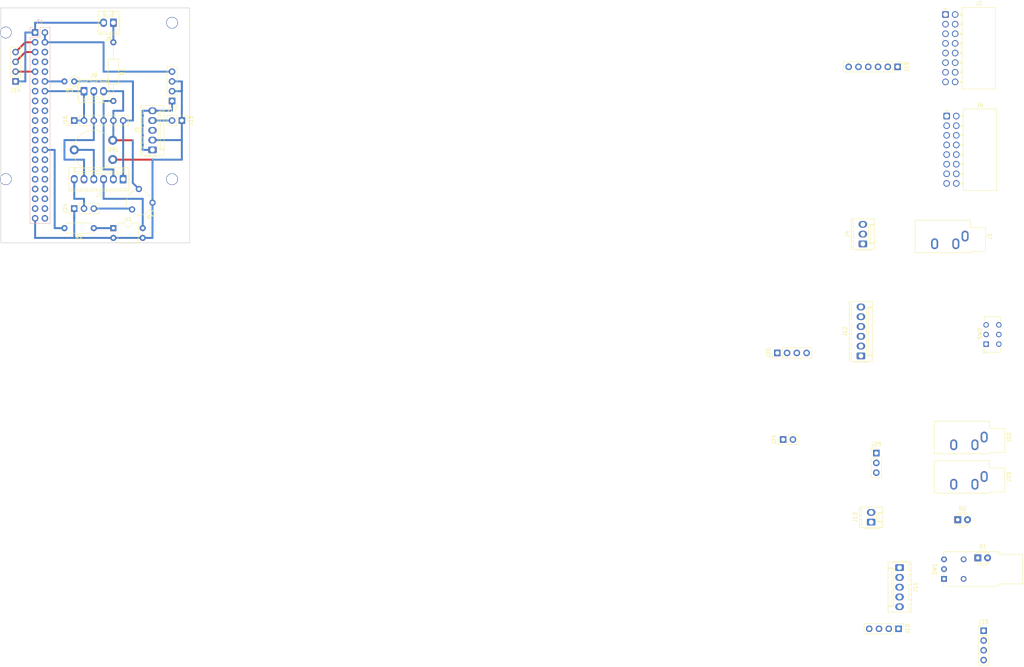
<source format=kicad_pcb>
(kicad_pcb (version 20171130) (host pcbnew "(5.1.5)-3")

  (general
    (thickness 1.6)
    (drawings 4)
    (tracks 88)
    (zones 0)
    (modules 39)
    (nets 50)
  )

  (page A4)
  (layers
    (0 F.Cu signal)
    (31 B.Cu signal)
    (32 B.Adhes user)
    (33 F.Adhes user)
    (34 B.Paste user)
    (35 F.Paste user)
    (36 B.SilkS user hide)
    (37 F.SilkS user)
    (38 B.Mask user)
    (39 F.Mask user)
    (40 Dwgs.User user)
    (41 Cmts.User user)
    (42 Eco1.User user)
    (43 Eco2.User user)
    (44 Edge.Cuts user)
    (45 Margin user)
    (46 B.CrtYd user)
    (47 F.CrtYd user)
    (48 B.Fab user hide)
    (49 F.Fab user hide)
  )

  (setup
    (last_trace_width 0.5)
    (user_trace_width 0.15)
    (user_trace_width 0.2)
    (user_trace_width 0.25)
    (user_trace_width 0.4)
    (user_trace_width 0.5)
    (user_trace_width 0.6)
    (user_trace_width 1)
    (user_trace_width 2)
    (trace_clearance 0.2)
    (zone_clearance 0.2)
    (zone_45_only yes)
    (trace_min 0.15)
    (via_size 0.4)
    (via_drill 0.2)
    (via_min_size 0.4)
    (via_min_drill 0.2)
    (uvia_size 0.3)
    (uvia_drill 0.1)
    (uvias_allowed no)
    (uvia_min_size 0.2)
    (uvia_min_drill 0.1)
    (edge_width 0.15)
    (segment_width 0.15)
    (pcb_text_width 0.3)
    (pcb_text_size 1.5 1.5)
    (mod_edge_width 0.15)
    (mod_text_size 0.6 0.6)
    (mod_text_width 0.09)
    (pad_size 1.524 1.524)
    (pad_drill 0.762)
    (pad_to_mask_clearance 0.1)
    (aux_axis_origin 0 0)
    (grid_origin 18.73 18.77)
    (visible_elements 7FFFFE3F)
    (pcbplotparams
      (layerselection 0x010f8_80000007)
      (usegerberextensions false)
      (usegerberattributes false)
      (usegerberadvancedattributes false)
      (creategerberjobfile false)
      (excludeedgelayer false)
      (linewidth 0.100000)
      (plotframeref false)
      (viasonmask false)
      (mode 1)
      (useauxorigin false)
      (hpglpennumber 1)
      (hpglpenspeed 20)
      (hpglpendiameter 15.000000)
      (psnegative false)
      (psa4output false)
      (plotreference true)
      (plotvalue false)
      (plotinvisibletext false)
      (padsonsilk true)
      (subtractmaskfromsilk false)
      (outputformat 1)
      (mirror false)
      (drillshape 0)
      (scaleselection 1)
      (outputdirectory "prod"))
  )

  (net 0 "")
  (net 1 GND)
  (net 2 "Net-(D1-Pad2)")
  (net 3 "Net-(D1-Pad1)")
  (net 4 "Net-(D2-Pad2)")
  (net 5 "Net-(D2-Pad1)")
  (net 6 "Net-(J1-PadR)")
  (net 7 "Net-(J1-PadT)")
  (net 8 "Net-(J1-PadS)")
  (net 9 +3V3)
  (net 10 +5V)
  (net 11 "Net-(J3-Pad12)")
  (net 12 "Net-(J3-Pad26)")
  (net 13 "Net-(J14-Pad4)")
  (net 14 "Net-(J14-Pad3)")
  (net 15 "Net-(J22-PadR)")
  (net 16 /RX_Audio_low)
  (net 17 "Net-(J7-Pad3)")
  (net 18 "Net-(R2-Pad1)")
  (net 19 /TX_GND)
  (net 20 /TX_PTT)
  (net 21 /TX_Audio)
  (net 22 /13.8V_SW)
  (net 23 /13.8V_IN)
  (net 24 "Net-(J6-Pad15)")
  (net 25 /RX_Audio)
  (net 26 /RX_COR_Out)
  (net 27 /RX_GND)
  (net 28 "Net-(J10-Pad4)")
  (net 29 "Net-(J10-Pad3)")
  (net 30 "Net-(J10-Pad2)")
  (net 31 "Net-(J10-Pad1)")
  (net 32 "Net-(J11-Pad5)")
  (net 33 "Net-(J11-Pad4)")
  (net 34 "Net-(J11-Pad3)")
  (net 35 "Net-(J12-Pad6)")
  (net 36 "Net-(J12-Pad5)")
  (net 37 "Net-(J12-Pad4)")
  (net 38 "Net-(J12-Pad3)")
  (net 39 "Net-(J12-Pad2)")
  (net 40 "Net-(J12-Pad1)")
  (net 41 "Net-(J24-Pad2)")
  (net 42 "Net-(J23-PadR)")
  (net 43 /Audio_TX)
  (net 44 /PTT)
  (net 45 /COR)
  (net 46 /Audio_RX)
  (net 47 "Net-(J14-Pad2)")
  (net 48 "Net-(J8-Pad1)")
  (net 49 /RX_Audio_lowPi)

  (net_class Default "This is the default net class."
    (clearance 0.2)
    (trace_width 0.15)
    (via_dia 0.4)
    (via_drill 0.2)
    (uvia_dia 0.3)
    (uvia_drill 0.1)
    (add_net +3V3)
    (add_net +5V)
    (add_net /13.8V_IN)
    (add_net /13.8V_SW)
    (add_net /Audio_RX)
    (add_net /Audio_TX)
    (add_net /COR)
    (add_net /PTT)
    (add_net /RX_Audio)
    (add_net /RX_Audio_low)
    (add_net /RX_Audio_lowPi)
    (add_net /RX_COR_Out)
    (add_net /RX_GND)
    (add_net /TX_Audio)
    (add_net /TX_GND)
    (add_net /TX_PTT)
    (add_net GND)
    (add_net "Net-(D1-Pad1)")
    (add_net "Net-(D1-Pad2)")
    (add_net "Net-(D2-Pad1)")
    (add_net "Net-(D2-Pad2)")
    (add_net "Net-(J1-PadR)")
    (add_net "Net-(J1-PadS)")
    (add_net "Net-(J1-PadT)")
    (add_net "Net-(J10-Pad1)")
    (add_net "Net-(J10-Pad2)")
    (add_net "Net-(J10-Pad3)")
    (add_net "Net-(J10-Pad4)")
    (add_net "Net-(J11-Pad3)")
    (add_net "Net-(J11-Pad4)")
    (add_net "Net-(J11-Pad5)")
    (add_net "Net-(J12-Pad1)")
    (add_net "Net-(J12-Pad2)")
    (add_net "Net-(J12-Pad3)")
    (add_net "Net-(J12-Pad4)")
    (add_net "Net-(J12-Pad5)")
    (add_net "Net-(J12-Pad6)")
    (add_net "Net-(J14-Pad2)")
    (add_net "Net-(J14-Pad3)")
    (add_net "Net-(J14-Pad4)")
    (add_net "Net-(J2-Pad1)")
    (add_net "Net-(J2-Pad10)")
    (add_net "Net-(J2-Pad11)")
    (add_net "Net-(J2-Pad12)")
    (add_net "Net-(J2-Pad13)")
    (add_net "Net-(J2-Pad14)")
    (add_net "Net-(J2-Pad15)")
    (add_net "Net-(J2-Pad16)")
    (add_net "Net-(J2-Pad4)")
    (add_net "Net-(J2-Pad5)")
    (add_net "Net-(J2-Pad6)")
    (add_net "Net-(J2-Pad8)")
    (add_net "Net-(J2-Pad9)")
    (add_net "Net-(J20-Pad1)")
    (add_net "Net-(J20-Pad2)")
    (add_net "Net-(J20-Pad3)")
    (add_net "Net-(J20-Pad4)")
    (add_net "Net-(J21-Pad1)")
    (add_net "Net-(J21-Pad2)")
    (add_net "Net-(J22-PadR)")
    (add_net "Net-(J22-PadS)")
    (add_net "Net-(J22-PadT)")
    (add_net "Net-(J23-PadR)")
    (add_net "Net-(J23-PadS)")
    (add_net "Net-(J23-PadT)")
    (add_net "Net-(J24-Pad2)")
    (add_net "Net-(J25-Pad1)")
    (add_net "Net-(J3-Pad10)")
    (add_net "Net-(J3-Pad11)")
    (add_net "Net-(J3-Pad12)")
    (add_net "Net-(J3-Pad13)")
    (add_net "Net-(J3-Pad15)")
    (add_net "Net-(J3-Pad16)")
    (add_net "Net-(J3-Pad17)")
    (add_net "Net-(J3-Pad18)")
    (add_net "Net-(J3-Pad19)")
    (add_net "Net-(J3-Pad20)")
    (add_net "Net-(J3-Pad21)")
    (add_net "Net-(J3-Pad22)")
    (add_net "Net-(J3-Pad23)")
    (add_net "Net-(J3-Pad24)")
    (add_net "Net-(J3-Pad25)")
    (add_net "Net-(J3-Pad26)")
    (add_net "Net-(J3-Pad27)")
    (add_net "Net-(J3-Pad28)")
    (add_net "Net-(J3-Pad29)")
    (add_net "Net-(J3-Pad30)")
    (add_net "Net-(J3-Pad31)")
    (add_net "Net-(J3-Pad32)")
    (add_net "Net-(J3-Pad33)")
    (add_net "Net-(J3-Pad34)")
    (add_net "Net-(J3-Pad35)")
    (add_net "Net-(J3-Pad36)")
    (add_net "Net-(J3-Pad37)")
    (add_net "Net-(J3-Pad38)")
    (add_net "Net-(J3-Pad40)")
    (add_net "Net-(J3-Pad6)")
    (add_net "Net-(J3-Pad7)")
    (add_net "Net-(J3-Pad8)")
    (add_net "Net-(J5-Pad3)")
    (add_net "Net-(J6-Pad1)")
    (add_net "Net-(J6-Pad10)")
    (add_net "Net-(J6-Pad12)")
    (add_net "Net-(J6-Pad13)")
    (add_net "Net-(J6-Pad14)")
    (add_net "Net-(J6-Pad15)")
    (add_net "Net-(J6-Pad2)")
    (add_net "Net-(J6-Pad3)")
    (add_net "Net-(J6-Pad4)")
    (add_net "Net-(J6-Pad5)")
    (add_net "Net-(J6-Pad6)")
    (add_net "Net-(J6-Pad9)")
    (add_net "Net-(J7-Pad3)")
    (add_net "Net-(J8-Pad1)")
    (add_net "Net-(R2-Pad1)")
  )

  (module Potentiometer_THT:Potentiometer_Piher_PT-6-V_Vertical (layer F.Cu) (tedit 5A3D4993) (tstamp 5DFD615D)
    (at 55.834466 67.03 225)
    (descr "Potentiometer, vertical, Piher PT-6-V, http://www.piher-nacesa.com/pdf/11-PT6v03.pdf")
    (tags "Potentiometer vertical Piher PT-6-V")
    (path /5EC1B9A2)
    (fp_text reference RV2 (at 2.5 -7.06 45) (layer F.SilkS)
      (effects (font (size 1 1) (thickness 0.15)))
    )
    (fp_text value 10K (at 2.5 2.06 45) (layer F.Fab)
      (effects (font (size 1 1) (thickness 0.15)))
    )
    (fp_text user %R (at 0.55 -2.5 135) (layer F.Fab)
      (effects (font (size 1 1) (thickness 0.15)))
    )
    (fp_line (start 6.1 -6.1) (end -1.1 -6.1) (layer F.CrtYd) (width 0.05))
    (fp_line (start 6.1 1.1) (end 6.1 -6.1) (layer F.CrtYd) (width 0.05))
    (fp_line (start -1.1 1.1) (end 6.1 1.1) (layer F.CrtYd) (width 0.05))
    (fp_line (start -1.1 -6.1) (end -1.1 1.1) (layer F.CrtYd) (width 0.05))
    (fp_circle (center 2.5 -2.5) (end 3.4 -2.5) (layer F.Fab) (width 0.1))
    (fp_circle (center 2.5 -2.5) (end 5.65 -2.5) (layer F.Fab) (width 0.1))
    (fp_arc (start 2.5 -2.5) (end 1.015 0.414) (angle -28) (layer F.SilkS) (width 0.12))
    (fp_arc (start 2.5 -2.5) (end -0.414 -3.984) (angle -54) (layer F.SilkS) (width 0.12))
    (fp_arc (start 2.5 -2.5) (end 5.592 -3.564) (angle -98) (layer F.SilkS) (width 0.12))
    (fp_arc (start 2.5 -2.5) (end 2.5 0.77) (angle -71) (layer F.SilkS) (width 0.12))
    (pad 1 thru_hole circle (at 0 0 225) (size 1.62 1.62) (drill 0.9) (layers *.Cu *.Mask)
      (net 46 /Audio_RX))
    (pad 2 thru_hole circle (at 5 -2.5 225) (size 1.62 1.62) (drill 0.9) (layers *.Cu *.Mask)
      (net 49 /RX_Audio_lowPi))
    (pad 3 thru_hole circle (at 0 -5 225) (size 1.62 1.62) (drill 0.9) (layers *.Cu *.Mask)
      (net 1 GND))
    (model ${KISYS3DMOD}/Potentiometer_THT.3dshapes/Potentiometer_Piher_PT-6-V_Vertical.wrl
      (at (xyz 0 0 0))
      (scale (xyz 1 1 1))
      (rotate (xyz 0 0 0))
    )
  )

  (module Resistor_THT:R_Axial_DIN0207_L6.3mm_D2.5mm_P2.54mm_Vertical (layer F.Cu) (tedit 5AE5139B) (tstamp 5DFD1C8C)
    (at 39.05 39.09 180)
    (descr "Resistor, Axial_DIN0207 series, Axial, Vertical, pin pitch=2.54mm, 0.25W = 1/4W, length*diameter=6.3*2.5mm^2, http://cdn-reichelt.de/documents/datenblatt/B400/1_4W%23YAG.pdf")
    (tags "Resistor Axial_DIN0207 series Axial Vertical pin pitch 2.54mm 0.25W = 1/4W length 6.3mm diameter 2.5mm")
    (path /5EBCFCD0)
    (fp_text reference R3 (at 1.27 -2.37) (layer F.SilkS)
      (effects (font (size 1 1) (thickness 0.15)))
    )
    (fp_text value 10K (at 1.27 2.37) (layer F.Fab)
      (effects (font (size 1 1) (thickness 0.15)))
    )
    (fp_text user %R (at 1.27 -2.37) (layer F.Fab)
      (effects (font (size 1 1) (thickness 0.15)))
    )
    (fp_line (start 3.59 -1.5) (end -1.5 -1.5) (layer F.CrtYd) (width 0.05))
    (fp_line (start 3.59 1.5) (end 3.59 -1.5) (layer F.CrtYd) (width 0.05))
    (fp_line (start -1.5 1.5) (end 3.59 1.5) (layer F.CrtYd) (width 0.05))
    (fp_line (start -1.5 -1.5) (end -1.5 1.5) (layer F.CrtYd) (width 0.05))
    (fp_line (start 1.37 0) (end 1.44 0) (layer F.SilkS) (width 0.12))
    (fp_line (start 0 0) (end 2.54 0) (layer F.Fab) (width 0.1))
    (fp_circle (center 0 0) (end 1.37 0) (layer F.SilkS) (width 0.12))
    (fp_circle (center 0 0) (end 1.25 0) (layer F.Fab) (width 0.1))
    (pad 2 thru_hole oval (at 2.54 0 180) (size 1.6 1.6) (drill 0.8) (layers *.Cu *.Mask)
      (net 11 "Net-(J3-Pad12)"))
    (pad 1 thru_hole circle (at 0 0 180) (size 1.6 1.6) (drill 0.8) (layers *.Cu *.Mask)
      (net 45 /COR))
    (model ${KISYS3DMOD}/Resistor_THT.3dshapes/R_Axial_DIN0207_L6.3mm_D2.5mm_P2.54mm_Vertical.wrl
      (at (xyz 0 0 0))
      (scale (xyz 1 1 1))
      (rotate (xyz 0 0 0))
    )
  )

  (module Resistor_THT:R_Axial_DIN0207_L6.3mm_D2.5mm_P15.24mm_Horizontal (layer F.Cu) (tedit 5AE5139B) (tstamp 5DFAD39E)
    (at 49.21 28.93 270)
    (descr "Resistor, Axial_DIN0207 series, Axial, Horizontal, pin pitch=15.24mm, 0.25W = 1/4W, length*diameter=6.3*2.5mm^2, http://cdn-reichelt.de/documents/datenblatt/B400/1_4W%23YAG.pdf")
    (tags "Resistor Axial_DIN0207 series Axial Horizontal pin pitch 15.24mm 0.25W = 1/4W length 6.3mm diameter 2.5mm")
    (path /5DFF123E)
    (fp_text reference R1 (at 7.62 -2.37 90) (layer F.SilkS)
      (effects (font (size 1 1) (thickness 0.15)))
    )
    (fp_text value 560 (at 7.62 2.37 90) (layer F.Fab)
      (effects (font (size 1 1) (thickness 0.15)))
    )
    (fp_text user %R (at 7.62 0 90) (layer F.Fab)
      (effects (font (size 1 1) (thickness 0.15)))
    )
    (fp_line (start 16.29 -1.5) (end -1.05 -1.5) (layer F.CrtYd) (width 0.05))
    (fp_line (start 16.29 1.5) (end 16.29 -1.5) (layer F.CrtYd) (width 0.05))
    (fp_line (start -1.05 1.5) (end 16.29 1.5) (layer F.CrtYd) (width 0.05))
    (fp_line (start -1.05 -1.5) (end -1.05 1.5) (layer F.CrtYd) (width 0.05))
    (fp_line (start 14.2 0) (end 10.89 0) (layer F.SilkS) (width 0.12))
    (fp_line (start 1.04 0) (end 4.35 0) (layer F.SilkS) (width 0.12))
    (fp_line (start 10.89 -1.37) (end 4.35 -1.37) (layer F.SilkS) (width 0.12))
    (fp_line (start 10.89 1.37) (end 10.89 -1.37) (layer F.SilkS) (width 0.12))
    (fp_line (start 4.35 1.37) (end 10.89 1.37) (layer F.SilkS) (width 0.12))
    (fp_line (start 4.35 -1.37) (end 4.35 1.37) (layer F.SilkS) (width 0.12))
    (fp_line (start 15.24 0) (end 10.77 0) (layer F.Fab) (width 0.1))
    (fp_line (start 0 0) (end 4.47 0) (layer F.Fab) (width 0.1))
    (fp_line (start 10.77 -1.25) (end 4.47 -1.25) (layer F.Fab) (width 0.1))
    (fp_line (start 10.77 1.25) (end 10.77 -1.25) (layer F.Fab) (width 0.1))
    (fp_line (start 4.47 1.25) (end 10.77 1.25) (layer F.Fab) (width 0.1))
    (fp_line (start 4.47 -1.25) (end 4.47 1.25) (layer F.Fab) (width 0.1))
    (pad 2 thru_hole oval (at 15.24 0 270) (size 1.6 1.6) (drill 0.8) (layers *.Cu *.Mask)
      (net 44 /PTT))
    (pad 1 thru_hole circle (at 0 0 270) (size 1.6 1.6) (drill 0.8) (layers *.Cu *.Mask)
      (net 48 "Net-(J8-Pad1)"))
    (model ${KISYS3DMOD}/Resistor_THT.3dshapes/R_Axial_DIN0207_L6.3mm_D2.5mm_P15.24mm_Horizontal.wrl
      (at (xyz 0 0 0))
      (scale (xyz 1 1 1))
      (rotate (xyz 0 0 0))
    )
  )

  (module Connector_PinHeader_2.54mm:PinHeader_1x02_P2.54mm_Vertical (layer F.Cu) (tedit 59FED5CC) (tstamp 5DF974DA)
    (at 223.139 132.08 90)
    (descr "Through hole straight pin header, 1x02, 2.54mm pitch, single row")
    (tags "Through hole pin header THT 1x02 2.54mm single row")
    (path /5E315EA6)
    (fp_text reference J21 (at 0 -2.33 90) (layer F.SilkS)
      (effects (font (size 1 1) (thickness 0.15)))
    )
    (fp_text value Conn_01x02_Female (at 0 4.87 90) (layer F.Fab)
      (effects (font (size 1 1) (thickness 0.15)))
    )
    (fp_text user %R (at 0 1.27) (layer F.Fab)
      (effects (font (size 1 1) (thickness 0.15)))
    )
    (fp_line (start 1.8 -1.8) (end -1.8 -1.8) (layer F.CrtYd) (width 0.05))
    (fp_line (start 1.8 4.35) (end 1.8 -1.8) (layer F.CrtYd) (width 0.05))
    (fp_line (start -1.8 4.35) (end 1.8 4.35) (layer F.CrtYd) (width 0.05))
    (fp_line (start -1.8 -1.8) (end -1.8 4.35) (layer F.CrtYd) (width 0.05))
    (fp_line (start -1.33 -1.33) (end 0 -1.33) (layer F.SilkS) (width 0.12))
    (fp_line (start -1.33 0) (end -1.33 -1.33) (layer F.SilkS) (width 0.12))
    (fp_line (start -1.33 1.27) (end 1.33 1.27) (layer F.SilkS) (width 0.12))
    (fp_line (start 1.33 1.27) (end 1.33 3.87) (layer F.SilkS) (width 0.12))
    (fp_line (start -1.33 1.27) (end -1.33 3.87) (layer F.SilkS) (width 0.12))
    (fp_line (start -1.33 3.87) (end 1.33 3.87) (layer F.SilkS) (width 0.12))
    (fp_line (start -1.27 -0.635) (end -0.635 -1.27) (layer F.Fab) (width 0.1))
    (fp_line (start -1.27 3.81) (end -1.27 -0.635) (layer F.Fab) (width 0.1))
    (fp_line (start 1.27 3.81) (end -1.27 3.81) (layer F.Fab) (width 0.1))
    (fp_line (start 1.27 -1.27) (end 1.27 3.81) (layer F.Fab) (width 0.1))
    (fp_line (start -0.635 -1.27) (end 1.27 -1.27) (layer F.Fab) (width 0.1))
    (pad 2 thru_hole oval (at 0 2.54 90) (size 1.7 1.7) (drill 1) (layers *.Cu *.Mask))
    (pad 1 thru_hole rect (at 0 0 90) (size 1.7 1.7) (drill 1) (layers *.Cu *.Mask))
    (model ${KISYS3DMOD}/Connector_PinHeader_2.54mm.3dshapes/PinHeader_1x02_P2.54mm_Vertical.wrl
      (at (xyz 0 0 0))
      (scale (xyz 1 1 1))
      (rotate (xyz 0 0 0))
    )
  )

  (module Connector_PinHeader_2.54mm:PinHeader_1x02_P2.54mm_Vertical (layer F.Cu) (tedit 59FED5CC) (tstamp 5DFCC2DD)
    (at 66.99 49.25 270)
    (descr "Through hole straight pin header, 1x02, 2.54mm pitch, single row")
    (tags "Through hole pin header THT 1x02 2.54mm single row")
    (path /5E315A92)
    (fp_text reference J18 (at 0 -2.33 90) (layer F.SilkS)
      (effects (font (size 1 1) (thickness 0.15)))
    )
    (fp_text value Conn_01x02_Male (at 0 4.87 90) (layer F.Fab)
      (effects (font (size 1 1) (thickness 0.15)))
    )
    (fp_text user %R (at 0 1.27) (layer F.Fab)
      (effects (font (size 1 1) (thickness 0.15)))
    )
    (fp_line (start 1.8 -1.8) (end -1.8 -1.8) (layer F.CrtYd) (width 0.05))
    (fp_line (start 1.8 4.35) (end 1.8 -1.8) (layer F.CrtYd) (width 0.05))
    (fp_line (start -1.8 4.35) (end 1.8 4.35) (layer F.CrtYd) (width 0.05))
    (fp_line (start -1.8 -1.8) (end -1.8 4.35) (layer F.CrtYd) (width 0.05))
    (fp_line (start -1.33 -1.33) (end 0 -1.33) (layer F.SilkS) (width 0.12))
    (fp_line (start -1.33 0) (end -1.33 -1.33) (layer F.SilkS) (width 0.12))
    (fp_line (start -1.33 1.27) (end 1.33 1.27) (layer F.SilkS) (width 0.12))
    (fp_line (start 1.33 1.27) (end 1.33 3.87) (layer F.SilkS) (width 0.12))
    (fp_line (start -1.33 1.27) (end -1.33 3.87) (layer F.SilkS) (width 0.12))
    (fp_line (start -1.33 3.87) (end 1.33 3.87) (layer F.SilkS) (width 0.12))
    (fp_line (start -1.27 -0.635) (end -0.635 -1.27) (layer F.Fab) (width 0.1))
    (fp_line (start -1.27 3.81) (end -1.27 -0.635) (layer F.Fab) (width 0.1))
    (fp_line (start 1.27 3.81) (end -1.27 3.81) (layer F.Fab) (width 0.1))
    (fp_line (start 1.27 -1.27) (end 1.27 3.81) (layer F.Fab) (width 0.1))
    (fp_line (start -0.635 -1.27) (end 1.27 -1.27) (layer F.Fab) (width 0.1))
    (pad 2 thru_hole oval (at 0 2.54 270) (size 1.7 1.7) (drill 1) (layers *.Cu *.Mask)
      (net 23 /13.8V_IN))
    (pad 1 thru_hole rect (at 0 0 270) (size 1.7 1.7) (drill 1) (layers *.Cu *.Mask)
      (net 1 GND))
    (model ${KISYS3DMOD}/Connector_PinHeader_2.54mm.3dshapes/PinHeader_1x02_P2.54mm_Vertical.wrl
      (at (xyz 0 0 0))
      (scale (xyz 1 1 1))
      (rotate (xyz 0 0 0))
    )
  )

  (module Connector_PinHeader_2.54mm:PinHeader_1x04_P2.54mm_Vertical (layer F.Cu) (tedit 59FED5CC) (tstamp 5DF973BA)
    (at 23.81 39.09 180)
    (descr "Through hole straight pin header, 1x04, 2.54mm pitch, single row")
    (tags "Through hole pin header THT 1x04 2.54mm single row")
    (path /5DF903FA)
    (fp_text reference J14 (at 0 -2.33) (layer F.SilkS)
      (effects (font (size 1 1) (thickness 0.15)))
    )
    (fp_text value Conn_01x04_Male (at 0 9.95) (layer F.Fab)
      (effects (font (size 1 1) (thickness 0.15)))
    )
    (fp_text user %R (at 0 3.81 90) (layer F.Fab)
      (effects (font (size 1 1) (thickness 0.15)))
    )
    (fp_line (start 1.8 -1.8) (end -1.8 -1.8) (layer F.CrtYd) (width 0.05))
    (fp_line (start 1.8 9.4) (end 1.8 -1.8) (layer F.CrtYd) (width 0.05))
    (fp_line (start -1.8 9.4) (end 1.8 9.4) (layer F.CrtYd) (width 0.05))
    (fp_line (start -1.8 -1.8) (end -1.8 9.4) (layer F.CrtYd) (width 0.05))
    (fp_line (start -1.33 -1.33) (end 0 -1.33) (layer F.SilkS) (width 0.12))
    (fp_line (start -1.33 0) (end -1.33 -1.33) (layer F.SilkS) (width 0.12))
    (fp_line (start -1.33 1.27) (end 1.33 1.27) (layer F.SilkS) (width 0.12))
    (fp_line (start 1.33 1.27) (end 1.33 8.95) (layer F.SilkS) (width 0.12))
    (fp_line (start -1.33 1.27) (end -1.33 8.95) (layer F.SilkS) (width 0.12))
    (fp_line (start -1.33 8.95) (end 1.33 8.95) (layer F.SilkS) (width 0.12))
    (fp_line (start -1.27 -0.635) (end -0.635 -1.27) (layer F.Fab) (width 0.1))
    (fp_line (start -1.27 8.89) (end -1.27 -0.635) (layer F.Fab) (width 0.1))
    (fp_line (start 1.27 8.89) (end -1.27 8.89) (layer F.Fab) (width 0.1))
    (fp_line (start 1.27 -1.27) (end 1.27 8.89) (layer F.Fab) (width 0.1))
    (fp_line (start -0.635 -1.27) (end 1.27 -1.27) (layer F.Fab) (width 0.1))
    (pad 4 thru_hole oval (at 0 7.62 180) (size 1.7 1.7) (drill 1) (layers *.Cu *.Mask)
      (net 13 "Net-(J14-Pad4)"))
    (pad 3 thru_hole oval (at 0 5.08 180) (size 1.7 1.7) (drill 1) (layers *.Cu *.Mask)
      (net 14 "Net-(J14-Pad3)"))
    (pad 2 thru_hole oval (at 0 2.54 180) (size 1.7 1.7) (drill 1) (layers *.Cu *.Mask)
      (net 47 "Net-(J14-Pad2)"))
    (pad 1 thru_hole rect (at 0 0 180) (size 1.7 1.7) (drill 1) (layers *.Cu *.Mask)
      (net 9 +3V3))
    (model ${KISYS3DMOD}/Connector_PinHeader_2.54mm.3dshapes/PinHeader_1x04_P2.54mm_Vertical.wrl
      (at (xyz 0 0 0))
      (scale (xyz 1 1 1))
      (rotate (xyz 0 0 0))
    )
  )

  (module Connector_PinHeader_2.54mm:PinHeader_1x04_P2.54mm_Vertical (layer F.Cu) (tedit 59FED5CC) (tstamp 5DF97306)
    (at 253.111 181.229 270)
    (descr "Through hole straight pin header, 1x04, 2.54mm pitch, single row")
    (tags "Through hole pin header THT 1x04 2.54mm single row")
    (path /5DF8F7D1)
    (fp_text reference J10 (at 0 -2.33 90) (layer F.SilkS)
      (effects (font (size 1 1) (thickness 0.15)))
    )
    (fp_text value Conn_01x04_Female (at 0 9.95 90) (layer F.Fab)
      (effects (font (size 1 1) (thickness 0.15)))
    )
    (fp_text user %R (at 0 3.81) (layer F.Fab)
      (effects (font (size 1 1) (thickness 0.15)))
    )
    (fp_line (start 1.8 -1.8) (end -1.8 -1.8) (layer F.CrtYd) (width 0.05))
    (fp_line (start 1.8 9.4) (end 1.8 -1.8) (layer F.CrtYd) (width 0.05))
    (fp_line (start -1.8 9.4) (end 1.8 9.4) (layer F.CrtYd) (width 0.05))
    (fp_line (start -1.8 -1.8) (end -1.8 9.4) (layer F.CrtYd) (width 0.05))
    (fp_line (start -1.33 -1.33) (end 0 -1.33) (layer F.SilkS) (width 0.12))
    (fp_line (start -1.33 0) (end -1.33 -1.33) (layer F.SilkS) (width 0.12))
    (fp_line (start -1.33 1.27) (end 1.33 1.27) (layer F.SilkS) (width 0.12))
    (fp_line (start 1.33 1.27) (end 1.33 8.95) (layer F.SilkS) (width 0.12))
    (fp_line (start -1.33 1.27) (end -1.33 8.95) (layer F.SilkS) (width 0.12))
    (fp_line (start -1.33 8.95) (end 1.33 8.95) (layer F.SilkS) (width 0.12))
    (fp_line (start -1.27 -0.635) (end -0.635 -1.27) (layer F.Fab) (width 0.1))
    (fp_line (start -1.27 8.89) (end -1.27 -0.635) (layer F.Fab) (width 0.1))
    (fp_line (start 1.27 8.89) (end -1.27 8.89) (layer F.Fab) (width 0.1))
    (fp_line (start 1.27 -1.27) (end 1.27 8.89) (layer F.Fab) (width 0.1))
    (fp_line (start -0.635 -1.27) (end 1.27 -1.27) (layer F.Fab) (width 0.1))
    (pad 4 thru_hole oval (at 0 7.62 270) (size 1.7 1.7) (drill 1) (layers *.Cu *.Mask)
      (net 28 "Net-(J10-Pad4)"))
    (pad 3 thru_hole oval (at 0 5.08 270) (size 1.7 1.7) (drill 1) (layers *.Cu *.Mask)
      (net 29 "Net-(J10-Pad3)"))
    (pad 2 thru_hole oval (at 0 2.54 270) (size 1.7 1.7) (drill 1) (layers *.Cu *.Mask)
      (net 30 "Net-(J10-Pad2)"))
    (pad 1 thru_hole rect (at 0 0 270) (size 1.7 1.7) (drill 1) (layers *.Cu *.Mask)
      (net 31 "Net-(J10-Pad1)"))
    (model ${KISYS3DMOD}/Connector_PinHeader_2.54mm.3dshapes/PinHeader_1x04_P2.54mm_Vertical.wrl
      (at (xyz 0 0 0))
      (scale (xyz 1 1 1))
      (rotate (xyz 0 0 0))
    )
  )

  (module Connector_PinHeader_2.54mm:PinHeader_1x06_P2.54mm_Vertical (layer F.Cu) (tedit 59FED5CC) (tstamp 5DF99D5C)
    (at 252.857 35.306 270)
    (descr "Through hole straight pin header, 1x06, 2.54mm pitch, single row")
    (tags "Through hole pin header THT 1x06 2.54mm single row")
    (path /5E1120BD)
    (fp_text reference J19 (at 0 -2.33 90) (layer F.SilkS)
      (effects (font (size 1 1) (thickness 0.15)))
    )
    (fp_text value Conn_01x06_Female (at 0 15.03 90) (layer F.Fab)
      (effects (font (size 1 1) (thickness 0.15)))
    )
    (fp_text user %R (at 0 6.35) (layer F.Fab)
      (effects (font (size 1 1) (thickness 0.15)))
    )
    (fp_line (start 1.8 -1.8) (end -1.8 -1.8) (layer F.CrtYd) (width 0.05))
    (fp_line (start 1.8 14.5) (end 1.8 -1.8) (layer F.CrtYd) (width 0.05))
    (fp_line (start -1.8 14.5) (end 1.8 14.5) (layer F.CrtYd) (width 0.05))
    (fp_line (start -1.8 -1.8) (end -1.8 14.5) (layer F.CrtYd) (width 0.05))
    (fp_line (start -1.33 -1.33) (end 0 -1.33) (layer F.SilkS) (width 0.12))
    (fp_line (start -1.33 0) (end -1.33 -1.33) (layer F.SilkS) (width 0.12))
    (fp_line (start -1.33 1.27) (end 1.33 1.27) (layer F.SilkS) (width 0.12))
    (fp_line (start 1.33 1.27) (end 1.33 14.03) (layer F.SilkS) (width 0.12))
    (fp_line (start -1.33 1.27) (end -1.33 14.03) (layer F.SilkS) (width 0.12))
    (fp_line (start -1.33 14.03) (end 1.33 14.03) (layer F.SilkS) (width 0.12))
    (fp_line (start -1.27 -0.635) (end -0.635 -1.27) (layer F.Fab) (width 0.1))
    (fp_line (start -1.27 13.97) (end -1.27 -0.635) (layer F.Fab) (width 0.1))
    (fp_line (start 1.27 13.97) (end -1.27 13.97) (layer F.Fab) (width 0.1))
    (fp_line (start 1.27 -1.27) (end 1.27 13.97) (layer F.Fab) (width 0.1))
    (fp_line (start -0.635 -1.27) (end 1.27 -1.27) (layer F.Fab) (width 0.1))
    (pad 6 thru_hole oval (at 0 12.7 270) (size 1.7 1.7) (drill 1) (layers *.Cu *.Mask)
      (net 26 /RX_COR_Out))
    (pad 5 thru_hole oval (at 0 10.16 270) (size 1.7 1.7) (drill 1) (layers *.Cu *.Mask)
      (net 25 /RX_Audio))
    (pad 4 thru_hole oval (at 0 7.62 270) (size 1.7 1.7) (drill 1) (layers *.Cu *.Mask)
      (net 20 /TX_PTT))
    (pad 3 thru_hole oval (at 0 5.08 270) (size 1.7 1.7) (drill 1) (layers *.Cu *.Mask)
      (net 21 /TX_Audio))
    (pad 2 thru_hole oval (at 0 2.54 270) (size 1.7 1.7) (drill 1) (layers *.Cu *.Mask)
      (net 27 /RX_GND))
    (pad 1 thru_hole rect (at 0 0 270) (size 1.7 1.7) (drill 1) (layers *.Cu *.Mask)
      (net 19 /TX_GND))
    (model ${KISYS3DMOD}/Connector_PinHeader_2.54mm.3dshapes/PinHeader_1x06_P2.54mm_Vertical.wrl
      (at (xyz 0 0 0))
      (scale (xyz 1 1 1))
      (rotate (xyz 0 0 0))
    )
  )

  (module Connector_PinHeader_2.54mm:PinHeader_1x06_P2.54mm_Vertical (layer F.Cu) (tedit 59FED5CC) (tstamp 5DFC81BA)
    (at 39.05 49.25 90)
    (descr "Through hole straight pin header, 1x06, 2.54mm pitch, single row")
    (tags "Through hole pin header THT 1x06 2.54mm single row")
    (path /5E10FC57)
    (fp_text reference J16 (at 0 -2.33 90) (layer F.SilkS)
      (effects (font (size 1 1) (thickness 0.15)))
    )
    (fp_text value Conn_01x06_Male (at 0 15.03 90) (layer F.Fab)
      (effects (font (size 1 1) (thickness 0.15)))
    )
    (fp_text user %R (at 0 6.35) (layer F.Fab)
      (effects (font (size 1 1) (thickness 0.15)))
    )
    (fp_line (start 1.8 -1.8) (end -1.8 -1.8) (layer F.CrtYd) (width 0.05))
    (fp_line (start 1.8 14.5) (end 1.8 -1.8) (layer F.CrtYd) (width 0.05))
    (fp_line (start -1.8 14.5) (end 1.8 14.5) (layer F.CrtYd) (width 0.05))
    (fp_line (start -1.8 -1.8) (end -1.8 14.5) (layer F.CrtYd) (width 0.05))
    (fp_line (start -1.33 -1.33) (end 0 -1.33) (layer F.SilkS) (width 0.12))
    (fp_line (start -1.33 0) (end -1.33 -1.33) (layer F.SilkS) (width 0.12))
    (fp_line (start -1.33 1.27) (end 1.33 1.27) (layer F.SilkS) (width 0.12))
    (fp_line (start 1.33 1.27) (end 1.33 14.03) (layer F.SilkS) (width 0.12))
    (fp_line (start -1.33 1.27) (end -1.33 14.03) (layer F.SilkS) (width 0.12))
    (fp_line (start -1.33 14.03) (end 1.33 14.03) (layer F.SilkS) (width 0.12))
    (fp_line (start -1.27 -0.635) (end -0.635 -1.27) (layer F.Fab) (width 0.1))
    (fp_line (start -1.27 13.97) (end -1.27 -0.635) (layer F.Fab) (width 0.1))
    (fp_line (start 1.27 13.97) (end -1.27 13.97) (layer F.Fab) (width 0.1))
    (fp_line (start 1.27 -1.27) (end 1.27 13.97) (layer F.Fab) (width 0.1))
    (fp_line (start -0.635 -1.27) (end 1.27 -1.27) (layer F.Fab) (width 0.1))
    (pad 6 thru_hole oval (at 0 12.7 90) (size 1.7 1.7) (drill 1) (layers *.Cu *.Mask)
      (net 45 /COR))
    (pad 5 thru_hole oval (at 0 10.16 90) (size 1.7 1.7) (drill 1) (layers *.Cu *.Mask)
      (net 46 /Audio_RX))
    (pad 4 thru_hole oval (at 0 7.62 90) (size 1.7 1.7) (drill 1) (layers *.Cu *.Mask)
      (net 44 /PTT))
    (pad 3 thru_hole oval (at 0 5.08 90) (size 1.7 1.7) (drill 1) (layers *.Cu *.Mask)
      (net 43 /Audio_TX))
    (pad 2 thru_hole oval (at 0 2.54 90) (size 1.7 1.7) (drill 1) (layers *.Cu *.Mask)
      (net 1 GND))
    (pad 1 thru_hole rect (at 0 0 90) (size 1.7 1.7) (drill 1) (layers *.Cu *.Mask)
      (net 1 GND))
    (model ${KISYS3DMOD}/Connector_PinHeader_2.54mm.3dshapes/PinHeader_1x06_P2.54mm_Vertical.wrl
      (at (xyz 0 0 0))
      (scale (xyz 1 1 1))
      (rotate (xyz 0 0 0))
    )
  )

  (module Potentiometer_THT:Potentiometer_Piher_PT-10-V10_Vertical (layer F.Cu) (tedit 5A3D4993) (tstamp 5DFADBFD)
    (at 49.05 54.37 180)
    (descr "Potentiometer, vertical, Piher PT-10-V10, http://www.piher-nacesa.com/pdf/12-PT10v03.pdf")
    (tags "Potentiometer vertical Piher PT-10-V10")
    (path /5E05A64B)
    (fp_text reference RV1 (at -0.16 -2.5) (layer F.SilkS)
      (effects (font (size 1 1) (thickness 0.15)))
    )
    (fp_text value 10K (at 5 3.75) (layer F.Fab)
      (effects (font (size 1 1) (thickness 0.15)))
    )
    (fp_text user %R (at 1.05 -2.65 90) (layer F.Fab)
      (effects (font (size 1 1) (thickness 0.15)))
    )
    (fp_line (start 11.45 -8.05) (end -1.45 -8.05) (layer F.CrtYd) (width 0.05))
    (fp_line (start 11.45 2.75) (end 11.45 -8.05) (layer F.CrtYd) (width 0.05))
    (fp_line (start -1.45 2.75) (end 11.45 2.75) (layer F.CrtYd) (width 0.05))
    (fp_line (start -1.45 -8.05) (end -1.45 2.75) (layer F.CrtYd) (width 0.05))
    (fp_circle (center 5 -2.65) (end 6.5 -2.65) (layer F.Fab) (width 0.1))
    (fp_circle (center 5 -2.65) (end 10.15 -2.65) (layer F.Fab) (width 0.1))
    (fp_arc (start 5 -2.65) (end 1.209 1.011) (angle -47) (layer F.SilkS) (width 0.12))
    (fp_arc (start 5 -2.65) (end -0.174 -3.656) (angle -25) (layer F.SilkS) (width 0.12))
    (fp_arc (start 5 -2.65) (end 10.114 -3.924) (angle -126) (layer F.SilkS) (width 0.12))
    (fp_arc (start 5 -2.65) (end 5 2.62) (angle -73) (layer F.SilkS) (width 0.12))
    (pad 1 thru_hole circle (at 0 0 180) (size 2.34 2.34) (drill 1.3) (layers *.Cu *.Mask)
      (net 46 /Audio_RX))
    (pad 2 thru_hole circle (at 10 -2.5 180) (size 2.34 2.34) (drill 1.3) (layers *.Cu *.Mask)
      (net 16 /RX_Audio_low))
    (pad 3 thru_hole circle (at 0 -5 180) (size 2.34 2.34) (drill 1.3) (layers *.Cu *.Mask)
      (net 1 GND))
    (model ${KISYS3DMOD}/Potentiometer_THT.3dshapes/Potentiometer_Piher_PT-10-V10_Vertical.wrl
      (at (xyz 0 0 0))
      (scale (xyz 1 1 1))
      (rotate (xyz 0 0 0))
    )
  )

  (module Connector_PinHeader_2.54mm:PinHeader_1x04_P2.54mm_Vertical (layer F.Cu) (tedit 59FED5CC) (tstamp 5DF974B6)
    (at 221.615 109.601 90)
    (descr "Through hole straight pin header, 1x04, 2.54mm pitch, single row")
    (tags "Through hole pin header THT 1x04 2.54mm single row")
    (path /5E336962)
    (fp_text reference J20 (at 0 -2.33 90) (layer F.SilkS)
      (effects (font (size 1 1) (thickness 0.15)))
    )
    (fp_text value Conn_01x04_Female (at 0 9.95 90) (layer F.Fab)
      (effects (font (size 1 1) (thickness 0.15)))
    )
    (fp_text user %R (at 0 3.81) (layer F.Fab)
      (effects (font (size 1 1) (thickness 0.15)))
    )
    (fp_line (start 1.8 -1.8) (end -1.8 -1.8) (layer F.CrtYd) (width 0.05))
    (fp_line (start 1.8 9.4) (end 1.8 -1.8) (layer F.CrtYd) (width 0.05))
    (fp_line (start -1.8 9.4) (end 1.8 9.4) (layer F.CrtYd) (width 0.05))
    (fp_line (start -1.8 -1.8) (end -1.8 9.4) (layer F.CrtYd) (width 0.05))
    (fp_line (start -1.33 -1.33) (end 0 -1.33) (layer F.SilkS) (width 0.12))
    (fp_line (start -1.33 0) (end -1.33 -1.33) (layer F.SilkS) (width 0.12))
    (fp_line (start -1.33 1.27) (end 1.33 1.27) (layer F.SilkS) (width 0.12))
    (fp_line (start 1.33 1.27) (end 1.33 8.95) (layer F.SilkS) (width 0.12))
    (fp_line (start -1.33 1.27) (end -1.33 8.95) (layer F.SilkS) (width 0.12))
    (fp_line (start -1.33 8.95) (end 1.33 8.95) (layer F.SilkS) (width 0.12))
    (fp_line (start -1.27 -0.635) (end -0.635 -1.27) (layer F.Fab) (width 0.1))
    (fp_line (start -1.27 8.89) (end -1.27 -0.635) (layer F.Fab) (width 0.1))
    (fp_line (start 1.27 8.89) (end -1.27 8.89) (layer F.Fab) (width 0.1))
    (fp_line (start 1.27 -1.27) (end 1.27 8.89) (layer F.Fab) (width 0.1))
    (fp_line (start -0.635 -1.27) (end 1.27 -1.27) (layer F.Fab) (width 0.1))
    (pad 4 thru_hole oval (at 0 7.62 90) (size 1.7 1.7) (drill 1) (layers *.Cu *.Mask))
    (pad 3 thru_hole oval (at 0 5.08 90) (size 1.7 1.7) (drill 1) (layers *.Cu *.Mask))
    (pad 2 thru_hole oval (at 0 2.54 90) (size 1.7 1.7) (drill 1) (layers *.Cu *.Mask))
    (pad 1 thru_hole rect (at 0 0 90) (size 1.7 1.7) (drill 1) (layers *.Cu *.Mask))
    (model ${KISYS3DMOD}/Connector_PinHeader_2.54mm.3dshapes/PinHeader_1x04_P2.54mm_Vertical.wrl
      (at (xyz 0 0 0))
      (scale (xyz 1 1 1))
      (rotate (xyz 0 0 0))
    )
  )

  (module Connector_PinHeader_2.54mm:PinHeader_1x04_P2.54mm_Vertical (layer F.Cu) (tedit 59FED5CC) (tstamp 5DF97432)
    (at 64.45 44.17 180)
    (descr "Through hole straight pin header, 1x04, 2.54mm pitch, single row")
    (tags "Through hole pin header THT 1x04 2.54mm single row")
    (path /5E335F00)
    (fp_text reference J17 (at 0 -2.33) (layer F.SilkS)
      (effects (font (size 1 1) (thickness 0.15)))
    )
    (fp_text value Conn_01x04_Male (at 0 9.95) (layer F.Fab)
      (effects (font (size 1 1) (thickness 0.15)))
    )
    (fp_text user %R (at 0 3.81 90) (layer F.Fab)
      (effects (font (size 1 1) (thickness 0.15)))
    )
    (fp_line (start 1.8 -1.8) (end -1.8 -1.8) (layer F.CrtYd) (width 0.05))
    (fp_line (start 1.8 9.4) (end 1.8 -1.8) (layer F.CrtYd) (width 0.05))
    (fp_line (start -1.8 9.4) (end 1.8 9.4) (layer F.CrtYd) (width 0.05))
    (fp_line (start -1.8 -1.8) (end -1.8 9.4) (layer F.CrtYd) (width 0.05))
    (fp_line (start -1.33 -1.33) (end 0 -1.33) (layer F.SilkS) (width 0.12))
    (fp_line (start -1.33 0) (end -1.33 -1.33) (layer F.SilkS) (width 0.12))
    (fp_line (start -1.33 1.27) (end 1.33 1.27) (layer F.SilkS) (width 0.12))
    (fp_line (start 1.33 1.27) (end 1.33 8.95) (layer F.SilkS) (width 0.12))
    (fp_line (start -1.33 1.27) (end -1.33 8.95) (layer F.SilkS) (width 0.12))
    (fp_line (start -1.33 8.95) (end 1.33 8.95) (layer F.SilkS) (width 0.12))
    (fp_line (start -1.27 -0.635) (end -0.635 -1.27) (layer F.Fab) (width 0.1))
    (fp_line (start -1.27 8.89) (end -1.27 -0.635) (layer F.Fab) (width 0.1))
    (fp_line (start 1.27 8.89) (end -1.27 8.89) (layer F.Fab) (width 0.1))
    (fp_line (start 1.27 -1.27) (end 1.27 8.89) (layer F.Fab) (width 0.1))
    (fp_line (start -0.635 -1.27) (end 1.27 -1.27) (layer F.Fab) (width 0.1))
    (pad 4 thru_hole oval (at 0 7.62 180) (size 1.7 1.7) (drill 1) (layers *.Cu *.Mask)
      (net 10 +5V))
    (pad 3 thru_hole oval (at 0 5.08 180) (size 1.7 1.7) (drill 1) (layers *.Cu *.Mask)
      (net 1 GND))
    (pad 2 thru_hole oval (at 0 2.54 180) (size 1.7 1.7) (drill 1) (layers *.Cu *.Mask)
      (net 1 GND))
    (pad 1 thru_hole rect (at 0 0 180) (size 1.7 1.7) (drill 1) (layers *.Cu *.Mask)
      (net 22 /13.8V_SW))
    (model ${KISYS3DMOD}/Connector_PinHeader_2.54mm.3dshapes/PinHeader_1x04_P2.54mm_Vertical.wrl
      (at (xyz 0 0 0))
      (scale (xyz 1 1 1))
      (rotate (xyz 0 0 0))
    )
  )

  (module Connector_PinHeader_2.54mm:PinHeader_1x03_P2.54mm_Vertical (layer F.Cu) (tedit 59FED5CC) (tstamp 5DFC34AA)
    (at 247.33 135.61)
    (descr "Through hole straight pin header, 1x03, 2.54mm pitch, single row")
    (tags "Through hole pin header THT 1x03 2.54mm single row")
    (path /5EAE32B3)
    (fp_text reference J25 (at 0 -2.33) (layer F.SilkS)
      (effects (font (size 1 1) (thickness 0.15)))
    )
    (fp_text value Conn_01x03_Female (at 0 7.41) (layer F.Fab)
      (effects (font (size 1 1) (thickness 0.15)))
    )
    (fp_text user %R (at 0 2.54 90) (layer F.Fab)
      (effects (font (size 1 1) (thickness 0.15)))
    )
    (fp_line (start 1.8 -1.8) (end -1.8 -1.8) (layer F.CrtYd) (width 0.05))
    (fp_line (start 1.8 6.85) (end 1.8 -1.8) (layer F.CrtYd) (width 0.05))
    (fp_line (start -1.8 6.85) (end 1.8 6.85) (layer F.CrtYd) (width 0.05))
    (fp_line (start -1.8 -1.8) (end -1.8 6.85) (layer F.CrtYd) (width 0.05))
    (fp_line (start -1.33 -1.33) (end 0 -1.33) (layer F.SilkS) (width 0.12))
    (fp_line (start -1.33 0) (end -1.33 -1.33) (layer F.SilkS) (width 0.12))
    (fp_line (start -1.33 1.27) (end 1.33 1.27) (layer F.SilkS) (width 0.12))
    (fp_line (start 1.33 1.27) (end 1.33 6.41) (layer F.SilkS) (width 0.12))
    (fp_line (start -1.33 1.27) (end -1.33 6.41) (layer F.SilkS) (width 0.12))
    (fp_line (start -1.33 6.41) (end 1.33 6.41) (layer F.SilkS) (width 0.12))
    (fp_line (start -1.27 -0.635) (end -0.635 -1.27) (layer F.Fab) (width 0.1))
    (fp_line (start -1.27 6.35) (end -1.27 -0.635) (layer F.Fab) (width 0.1))
    (fp_line (start 1.27 6.35) (end -1.27 6.35) (layer F.Fab) (width 0.1))
    (fp_line (start 1.27 -1.27) (end 1.27 6.35) (layer F.Fab) (width 0.1))
    (fp_line (start -0.635 -1.27) (end 1.27 -1.27) (layer F.Fab) (width 0.1))
    (pad 3 thru_hole oval (at 0 5.08) (size 1.7 1.7) (drill 1) (layers *.Cu *.Mask)
      (net 42 "Net-(J23-PadR)"))
    (pad 2 thru_hole oval (at 0 2.54) (size 1.7 1.7) (drill 1) (layers *.Cu *.Mask)
      (net 15 "Net-(J22-PadR)"))
    (pad 1 thru_hole rect (at 0 0) (size 1.7 1.7) (drill 1) (layers *.Cu *.Mask))
    (model ${KISYS3DMOD}/Connector_PinHeader_2.54mm.3dshapes/PinHeader_1x03_P2.54mm_Vertical.wrl
      (at (xyz 0 0 0))
      (scale (xyz 1 1 1))
      (rotate (xyz 0 0 0))
    )
  )

  (module Connector_PinHeader_2.54mm:PinHeader_1x03_P2.54mm_Vertical (layer F.Cu) (tedit 59FED5CC) (tstamp 5DFC3482)
    (at 39.05 72.11 90)
    (descr "Through hole straight pin header, 1x03, 2.54mm pitch, single row")
    (tags "Through hole pin header THT 1x03 2.54mm single row")
    (path /5EAE1C92)
    (fp_text reference J24 (at 0 -2.33 90) (layer F.SilkS)
      (effects (font (size 1 1) (thickness 0.15)))
    )
    (fp_text value Conn_01x03_Male (at 0 7.41 90) (layer F.Fab)
      (effects (font (size 1 1) (thickness 0.15)))
    )
    (fp_text user %R (at 0 2.54) (layer F.Fab)
      (effects (font (size 1 1) (thickness 0.15)))
    )
    (fp_line (start 1.8 -1.8) (end -1.8 -1.8) (layer F.CrtYd) (width 0.05))
    (fp_line (start 1.8 6.85) (end 1.8 -1.8) (layer F.CrtYd) (width 0.05))
    (fp_line (start -1.8 6.85) (end 1.8 6.85) (layer F.CrtYd) (width 0.05))
    (fp_line (start -1.8 -1.8) (end -1.8 6.85) (layer F.CrtYd) (width 0.05))
    (fp_line (start -1.33 -1.33) (end 0 -1.33) (layer F.SilkS) (width 0.12))
    (fp_line (start -1.33 0) (end -1.33 -1.33) (layer F.SilkS) (width 0.12))
    (fp_line (start -1.33 1.27) (end 1.33 1.27) (layer F.SilkS) (width 0.12))
    (fp_line (start 1.33 1.27) (end 1.33 6.41) (layer F.SilkS) (width 0.12))
    (fp_line (start -1.33 1.27) (end -1.33 6.41) (layer F.SilkS) (width 0.12))
    (fp_line (start -1.33 6.41) (end 1.33 6.41) (layer F.SilkS) (width 0.12))
    (fp_line (start -1.27 -0.635) (end -0.635 -1.27) (layer F.Fab) (width 0.1))
    (fp_line (start -1.27 6.35) (end -1.27 -0.635) (layer F.Fab) (width 0.1))
    (fp_line (start 1.27 6.35) (end -1.27 6.35) (layer F.Fab) (width 0.1))
    (fp_line (start 1.27 -1.27) (end 1.27 6.35) (layer F.Fab) (width 0.1))
    (fp_line (start -0.635 -1.27) (end 1.27 -1.27) (layer F.Fab) (width 0.1))
    (pad 3 thru_hole oval (at 0 5.08 90) (size 1.7 1.7) (drill 1) (layers *.Cu *.Mask)
      (net 49 /RX_Audio_lowPi))
    (pad 2 thru_hole oval (at 0 2.54 90) (size 1.7 1.7) (drill 1) (layers *.Cu *.Mask)
      (net 41 "Net-(J24-Pad2)"))
    (pad 1 thru_hole rect (at 0 0 90) (size 1.7 1.7) (drill 1) (layers *.Cu *.Mask)
      (net 1 GND))
    (model ${KISYS3DMOD}/Connector_PinHeader_2.54mm.3dshapes/PinHeader_1x03_P2.54mm_Vertical.wrl
      (at (xyz 0 0 0))
      (scale (xyz 1 1 1))
      (rotate (xyz 0 0 0))
    )
  )

  (module Resistor_THT:R_Axial_DIN0207_L6.3mm_D2.5mm_P7.62mm_Horizontal (layer F.Cu) (tedit 5AE5139B) (tstamp 5DF97564)
    (at 44.13 77.19 180)
    (descr "Resistor, Axial_DIN0207 series, Axial, Horizontal, pin pitch=7.62mm, 0.25W = 1/4W, length*diameter=6.3*2.5mm^2, http://cdn-reichelt.de/documents/datenblatt/B400/1_4W%23YAG.pdf")
    (tags "Resistor Axial_DIN0207 series Axial Horizontal pin pitch 7.62mm 0.25W = 1/4W length 6.3mm diameter 2.5mm")
    (path /5E2A7987)
    (fp_text reference R2 (at 3.81 -2.37) (layer F.SilkS)
      (effects (font (size 1 1) (thickness 0.15)))
    )
    (fp_text value 470 (at 3.81 2.37) (layer F.Fab)
      (effects (font (size 1 1) (thickness 0.15)))
    )
    (fp_text user %R (at 3.81 0) (layer F.Fab)
      (effects (font (size 1 1) (thickness 0.15)))
    )
    (fp_line (start 8.67 -1.5) (end -1.05 -1.5) (layer F.CrtYd) (width 0.05))
    (fp_line (start 8.67 1.5) (end 8.67 -1.5) (layer F.CrtYd) (width 0.05))
    (fp_line (start -1.05 1.5) (end 8.67 1.5) (layer F.CrtYd) (width 0.05))
    (fp_line (start -1.05 -1.5) (end -1.05 1.5) (layer F.CrtYd) (width 0.05))
    (fp_line (start 7.08 1.37) (end 7.08 1.04) (layer F.SilkS) (width 0.12))
    (fp_line (start 0.54 1.37) (end 7.08 1.37) (layer F.SilkS) (width 0.12))
    (fp_line (start 0.54 1.04) (end 0.54 1.37) (layer F.SilkS) (width 0.12))
    (fp_line (start 7.08 -1.37) (end 7.08 -1.04) (layer F.SilkS) (width 0.12))
    (fp_line (start 0.54 -1.37) (end 7.08 -1.37) (layer F.SilkS) (width 0.12))
    (fp_line (start 0.54 -1.04) (end 0.54 -1.37) (layer F.SilkS) (width 0.12))
    (fp_line (start 7.62 0) (end 6.96 0) (layer F.Fab) (width 0.1))
    (fp_line (start 0 0) (end 0.66 0) (layer F.Fab) (width 0.1))
    (fp_line (start 6.96 -1.25) (end 0.66 -1.25) (layer F.Fab) (width 0.1))
    (fp_line (start 6.96 1.25) (end 6.96 -1.25) (layer F.Fab) (width 0.1))
    (fp_line (start 0.66 1.25) (end 6.96 1.25) (layer F.Fab) (width 0.1))
    (fp_line (start 0.66 -1.25) (end 0.66 1.25) (layer F.Fab) (width 0.1))
    (pad 2 thru_hole oval (at 7.62 0 180) (size 1.6 1.6) (drill 0.8) (layers *.Cu *.Mask)
      (net 12 "Net-(J3-Pad26)"))
    (pad 1 thru_hole circle (at 0 0 180) (size 1.6 1.6) (drill 0.8) (layers *.Cu *.Mask)
      (net 18 "Net-(R2-Pad1)"))
    (model ${KISYS3DMOD}/Resistor_THT.3dshapes/R_Axial_DIN0207_L6.3mm_D2.5mm_P7.62mm_Horizontal.wrl
      (at (xyz 0 0 0))
      (scale (xyz 1 1 1))
      (rotate (xyz 0 0 0))
    )
  )

  (module Connector_Molex:Molex_KK-254_AE-6410-06A_1x06_P2.54mm_Vertical (layer F.Cu) (tedit 5B78013E) (tstamp 5DFC5835)
    (at 51.75 64.49 180)
    (descr "Molex KK-254 Interconnect System, old/engineering part number: AE-6410-06A example for new part number: 22-27-2061, 6 Pins (http://www.molex.com/pdm_docs/sd/022272021_sd.pdf), generated with kicad-footprint-generator")
    (tags "connector Molex KK-254 side entry")
    (path /5DF80CC6)
    (fp_text reference J7 (at 6.35 -4.12) (layer F.SilkS)
      (effects (font (size 1 1) (thickness 0.15)))
    )
    (fp_text value Conn_01x06_Male (at 6.35 4.08) (layer F.Fab)
      (effects (font (size 1 1) (thickness 0.15)))
    )
    (fp_text user %R (at 6.35 -2.22) (layer F.Fab)
      (effects (font (size 1 1) (thickness 0.15)))
    )
    (fp_line (start 14.47 -3.42) (end -1.77 -3.42) (layer F.CrtYd) (width 0.05))
    (fp_line (start 14.47 3.38) (end 14.47 -3.42) (layer F.CrtYd) (width 0.05))
    (fp_line (start -1.77 3.38) (end 14.47 3.38) (layer F.CrtYd) (width 0.05))
    (fp_line (start -1.77 -3.42) (end -1.77 3.38) (layer F.CrtYd) (width 0.05))
    (fp_line (start 13.5 -2.43) (end 13.5 -3.03) (layer F.SilkS) (width 0.12))
    (fp_line (start 11.9 -2.43) (end 13.5 -2.43) (layer F.SilkS) (width 0.12))
    (fp_line (start 11.9 -3.03) (end 11.9 -2.43) (layer F.SilkS) (width 0.12))
    (fp_line (start 10.96 -2.43) (end 10.96 -3.03) (layer F.SilkS) (width 0.12))
    (fp_line (start 9.36 -2.43) (end 10.96 -2.43) (layer F.SilkS) (width 0.12))
    (fp_line (start 9.36 -3.03) (end 9.36 -2.43) (layer F.SilkS) (width 0.12))
    (fp_line (start 8.42 -2.43) (end 8.42 -3.03) (layer F.SilkS) (width 0.12))
    (fp_line (start 6.82 -2.43) (end 8.42 -2.43) (layer F.SilkS) (width 0.12))
    (fp_line (start 6.82 -3.03) (end 6.82 -2.43) (layer F.SilkS) (width 0.12))
    (fp_line (start 5.88 -2.43) (end 5.88 -3.03) (layer F.SilkS) (width 0.12))
    (fp_line (start 4.28 -2.43) (end 5.88 -2.43) (layer F.SilkS) (width 0.12))
    (fp_line (start 4.28 -3.03) (end 4.28 -2.43) (layer F.SilkS) (width 0.12))
    (fp_line (start 3.34 -2.43) (end 3.34 -3.03) (layer F.SilkS) (width 0.12))
    (fp_line (start 1.74 -2.43) (end 3.34 -2.43) (layer F.SilkS) (width 0.12))
    (fp_line (start 1.74 -3.03) (end 1.74 -2.43) (layer F.SilkS) (width 0.12))
    (fp_line (start 0.8 -2.43) (end 0.8 -3.03) (layer F.SilkS) (width 0.12))
    (fp_line (start -0.8 -2.43) (end 0.8 -2.43) (layer F.SilkS) (width 0.12))
    (fp_line (start -0.8 -3.03) (end -0.8 -2.43) (layer F.SilkS) (width 0.12))
    (fp_line (start 12.45 2.99) (end 12.45 1.99) (layer F.SilkS) (width 0.12))
    (fp_line (start 0.25 2.99) (end 0.25 1.99) (layer F.SilkS) (width 0.12))
    (fp_line (start 12.45 1.46) (end 12.7 1.99) (layer F.SilkS) (width 0.12))
    (fp_line (start 0.25 1.46) (end 12.45 1.46) (layer F.SilkS) (width 0.12))
    (fp_line (start 0 1.99) (end 0.25 1.46) (layer F.SilkS) (width 0.12))
    (fp_line (start 12.7 1.99) (end 12.7 2.99) (layer F.SilkS) (width 0.12))
    (fp_line (start 0 1.99) (end 12.7 1.99) (layer F.SilkS) (width 0.12))
    (fp_line (start 0 2.99) (end 0 1.99) (layer F.SilkS) (width 0.12))
    (fp_line (start -0.562893 0) (end -1.27 0.5) (layer F.Fab) (width 0.1))
    (fp_line (start -1.27 -0.5) (end -0.562893 0) (layer F.Fab) (width 0.1))
    (fp_line (start -1.67 -2) (end -1.67 2) (layer F.SilkS) (width 0.12))
    (fp_line (start 14.08 -3.03) (end -1.38 -3.03) (layer F.SilkS) (width 0.12))
    (fp_line (start 14.08 2.99) (end 14.08 -3.03) (layer F.SilkS) (width 0.12))
    (fp_line (start -1.38 2.99) (end 14.08 2.99) (layer F.SilkS) (width 0.12))
    (fp_line (start -1.38 -3.03) (end -1.38 2.99) (layer F.SilkS) (width 0.12))
    (fp_line (start 13.97 -2.92) (end -1.27 -2.92) (layer F.Fab) (width 0.1))
    (fp_line (start 13.97 2.88) (end 13.97 -2.92) (layer F.Fab) (width 0.1))
    (fp_line (start -1.27 2.88) (end 13.97 2.88) (layer F.Fab) (width 0.1))
    (fp_line (start -1.27 -2.92) (end -1.27 2.88) (layer F.Fab) (width 0.1))
    (pad 6 thru_hole oval (at 12.7 0 180) (size 1.74 2.2) (drill 1.2) (layers *.Cu *.Mask)
      (net 41 "Net-(J24-Pad2)"))
    (pad 5 thru_hole oval (at 10.16 0 180) (size 1.74 2.2) (drill 1.2) (layers *.Cu *.Mask)
      (net 43 /Audio_TX))
    (pad 4 thru_hole oval (at 7.62 0 180) (size 1.74 2.2) (drill 1.2) (layers *.Cu *.Mask)
      (net 16 /RX_Audio_low))
    (pad 3 thru_hole oval (at 5.08 0 180) (size 1.74 2.2) (drill 1.2) (layers *.Cu *.Mask)
      (net 17 "Net-(J7-Pad3)"))
    (pad 2 thru_hole oval (at 2.54 0 180) (size 1.74 2.2) (drill 1.2) (layers *.Cu *.Mask)
      (net 44 /PTT))
    (pad 1 thru_hole roundrect (at 0 0 180) (size 1.74 2.2) (drill 1.2) (layers *.Cu *.Mask) (roundrect_rratio 0.143678)
      (net 45 /COR))
    (model ${KISYS3DMOD}/Connector_Molex.3dshapes/Molex_KK-254_AE-6410-06A_1x06_P2.54mm_Vertical.wrl
      (at (xyz 0 0 0))
      (scale (xyz 1 1 1))
      (rotate (xyz 0 0 0))
    )
  )

  (module Package_DIP:DIP-4_W7.62mm (layer F.Cu) (tedit 5A02E8C5) (tstamp 5DF8121C)
    (at 49.21 77.19)
    (descr "4-lead though-hole mounted DIP package, row spacing 7.62 mm (300 mils)")
    (tags "THT DIP DIL PDIP 2.54mm 7.62mm 300mil")
    (path /5E05925B)
    (fp_text reference U1 (at 3.81 -2.33) (layer F.SilkS)
      (effects (font (size 1 1) (thickness 0.15)))
    )
    (fp_text value PC817 (at 3.81 4.87) (layer F.Fab)
      (effects (font (size 1 1) (thickness 0.15)))
    )
    (fp_text user %R (at 3.81 1.27) (layer F.Fab)
      (effects (font (size 1 1) (thickness 0.15)))
    )
    (fp_line (start 8.7 -1.55) (end -1.1 -1.55) (layer F.CrtYd) (width 0.05))
    (fp_line (start 8.7 4.1) (end 8.7 -1.55) (layer F.CrtYd) (width 0.05))
    (fp_line (start -1.1 4.1) (end 8.7 4.1) (layer F.CrtYd) (width 0.05))
    (fp_line (start -1.1 -1.55) (end -1.1 4.1) (layer F.CrtYd) (width 0.05))
    (fp_line (start 6.46 -1.33) (end 4.81 -1.33) (layer F.SilkS) (width 0.12))
    (fp_line (start 6.46 3.87) (end 6.46 -1.33) (layer F.SilkS) (width 0.12))
    (fp_line (start 1.16 3.87) (end 6.46 3.87) (layer F.SilkS) (width 0.12))
    (fp_line (start 1.16 -1.33) (end 1.16 3.87) (layer F.SilkS) (width 0.12))
    (fp_line (start 2.81 -1.33) (end 1.16 -1.33) (layer F.SilkS) (width 0.12))
    (fp_line (start 0.635 -0.27) (end 1.635 -1.27) (layer F.Fab) (width 0.1))
    (fp_line (start 0.635 3.81) (end 0.635 -0.27) (layer F.Fab) (width 0.1))
    (fp_line (start 6.985 3.81) (end 0.635 3.81) (layer F.Fab) (width 0.1))
    (fp_line (start 6.985 -1.27) (end 6.985 3.81) (layer F.Fab) (width 0.1))
    (fp_line (start 1.635 -1.27) (end 6.985 -1.27) (layer F.Fab) (width 0.1))
    (fp_arc (start 3.81 -1.33) (end 2.81 -1.33) (angle -180) (layer F.SilkS) (width 0.12))
    (pad 4 thru_hole oval (at 7.62 0) (size 1.6 1.6) (drill 0.8) (layers *.Cu *.Mask)
      (net 17 "Net-(J7-Pad3)"))
    (pad 2 thru_hole oval (at 0 2.54) (size 1.6 1.6) (drill 0.8) (layers *.Cu *.Mask)
      (net 1 GND))
    (pad 3 thru_hole oval (at 7.62 2.54) (size 1.6 1.6) (drill 0.8) (layers *.Cu *.Mask)
      (net 1 GND))
    (pad 1 thru_hole rect (at 0 0) (size 1.6 1.6) (drill 0.8) (layers *.Cu *.Mask)
      (net 18 "Net-(R2-Pad1)"))
    (model ${KISYS3DMOD}/Package_DIP.3dshapes/DIP-4_W7.62mm.wrl
      (at (xyz 0 0 0))
      (scale (xyz 1 1 1))
      (rotate (xyz 0 0 0))
    )
  )

  (module Connector_PinSocket_2.54mm:PinSocket_2x20_P2.54mm_Vertical (layer B.Cu) (tedit 5A19A433) (tstamp 5A78A50E)
    (at 28.89 26.39 180)
    (descr "Through hole straight socket strip, 2x20, 2.54mm pitch, double cols (from Kicad 4.0.7), script generated")
    (tags "Through hole socket strip THT 2x20 2.54mm double row")
    (path /58DFC771)
    (fp_text reference J3 (at -1.27 2.77 180) (layer B.SilkS)
      (effects (font (size 1 1) (thickness 0.15)) (justify mirror))
    )
    (fp_text value 40HAT (at -1.27 -51.03 180) (layer B.Fab)
      (effects (font (size 0.6 0.6) (thickness 0.09)) (justify mirror))
    )
    (fp_line (start -3.81 1.27) (end 0.27 1.27) (layer B.Fab) (width 0.1))
    (fp_line (start 0.27 1.27) (end 1.27 0.27) (layer B.Fab) (width 0.1))
    (fp_line (start 1.27 0.27) (end 1.27 -49.53) (layer B.Fab) (width 0.1))
    (fp_line (start 1.27 -49.53) (end -3.81 -49.53) (layer B.Fab) (width 0.1))
    (fp_line (start -3.81 -49.53) (end -3.81 1.27) (layer B.Fab) (width 0.1))
    (fp_line (start -3.87 1.33) (end -1.27 1.33) (layer B.SilkS) (width 0.12))
    (fp_line (start -3.87 1.33) (end -3.87 -49.59) (layer B.SilkS) (width 0.12))
    (fp_line (start -3.87 -49.59) (end 1.33 -49.59) (layer B.SilkS) (width 0.12))
    (fp_line (start 1.33 -1.27) (end 1.33 -49.59) (layer B.SilkS) (width 0.12))
    (fp_line (start -1.27 -1.27) (end 1.33 -1.27) (layer B.SilkS) (width 0.12))
    (fp_line (start -1.27 1.33) (end -1.27 -1.27) (layer B.SilkS) (width 0.12))
    (fp_line (start 1.33 1.33) (end 1.33 0) (layer B.SilkS) (width 0.12))
    (fp_line (start 0 1.33) (end 1.33 1.33) (layer B.SilkS) (width 0.12))
    (fp_line (start -4.34 1.8) (end 1.76 1.8) (layer B.CrtYd) (width 0.05))
    (fp_line (start 1.76 1.8) (end 1.76 -50) (layer B.CrtYd) (width 0.05))
    (fp_line (start 1.76 -50) (end -4.34 -50) (layer B.CrtYd) (width 0.05))
    (fp_line (start -4.34 -50) (end -4.34 1.8) (layer B.CrtYd) (width 0.05))
    (fp_text user %R (at -1.27 -24.13 270) (layer B.Fab)
      (effects (font (size 1 1) (thickness 0.15)) (justify mirror))
    )
    (pad 1 thru_hole rect (at 0 0 180) (size 1.7 1.7) (drill 1) (layers *.Cu *.Mask)
      (net 9 +3V3))
    (pad 2 thru_hole oval (at -2.54 0 180) (size 1.7 1.7) (drill 1) (layers *.Cu *.Mask)
      (net 10 +5V))
    (pad 3 thru_hole oval (at 0 -2.54 180) (size 1.7 1.7) (drill 1) (layers *.Cu *.Mask)
      (net 13 "Net-(J14-Pad4)"))
    (pad 4 thru_hole oval (at -2.54 -2.54 180) (size 1.7 1.7) (drill 1) (layers *.Cu *.Mask)
      (net 10 +5V))
    (pad 5 thru_hole oval (at 0 -5.08 180) (size 1.7 1.7) (drill 1) (layers *.Cu *.Mask)
      (net 14 "Net-(J14-Pad3)"))
    (pad 6 thru_hole oval (at -2.54 -5.08 180) (size 1.7 1.7) (drill 1) (layers *.Cu *.Mask))
    (pad 7 thru_hole oval (at 0 -7.62 180) (size 1.7 1.7) (drill 1) (layers *.Cu *.Mask))
    (pad 8 thru_hole oval (at -2.54 -7.62 180) (size 1.7 1.7) (drill 1) (layers *.Cu *.Mask))
    (pad 9 thru_hole oval (at 0 -10.16 180) (size 1.7 1.7) (drill 1) (layers *.Cu *.Mask)
      (net 47 "Net-(J14-Pad2)"))
    (pad 10 thru_hole oval (at -2.54 -10.16 180) (size 1.7 1.7) (drill 1) (layers *.Cu *.Mask))
    (pad 11 thru_hole oval (at 0 -12.7 180) (size 1.7 1.7) (drill 1) (layers *.Cu *.Mask))
    (pad 12 thru_hole oval (at -2.54 -12.7 180) (size 1.7 1.7) (drill 1) (layers *.Cu *.Mask)
      (net 11 "Net-(J3-Pad12)"))
    (pad 13 thru_hole oval (at 0 -15.24 180) (size 1.7 1.7) (drill 1) (layers *.Cu *.Mask))
    (pad 14 thru_hole oval (at -2.54 -15.24 180) (size 1.7 1.7) (drill 1) (layers *.Cu *.Mask)
      (net 1 GND))
    (pad 15 thru_hole oval (at 0 -17.78 180) (size 1.7 1.7) (drill 1) (layers *.Cu *.Mask))
    (pad 16 thru_hole oval (at -2.54 -17.78 180) (size 1.7 1.7) (drill 1) (layers *.Cu *.Mask))
    (pad 17 thru_hole oval (at 0 -20.32 180) (size 1.7 1.7) (drill 1) (layers *.Cu *.Mask))
    (pad 18 thru_hole oval (at -2.54 -20.32 180) (size 1.7 1.7) (drill 1) (layers *.Cu *.Mask))
    (pad 19 thru_hole oval (at 0 -22.86 180) (size 1.7 1.7) (drill 1) (layers *.Cu *.Mask))
    (pad 20 thru_hole oval (at -2.54 -22.86 180) (size 1.7 1.7) (drill 1) (layers *.Cu *.Mask))
    (pad 21 thru_hole oval (at 0 -25.4 180) (size 1.7 1.7) (drill 1) (layers *.Cu *.Mask))
    (pad 22 thru_hole oval (at -2.54 -25.4 180) (size 1.7 1.7) (drill 1) (layers *.Cu *.Mask))
    (pad 23 thru_hole oval (at 0 -27.94 180) (size 1.7 1.7) (drill 1) (layers *.Cu *.Mask))
    (pad 24 thru_hole oval (at -2.54 -27.94 180) (size 1.7 1.7) (drill 1) (layers *.Cu *.Mask))
    (pad 25 thru_hole oval (at 0 -30.48 180) (size 1.7 1.7) (drill 1) (layers *.Cu *.Mask))
    (pad 26 thru_hole oval (at -2.54 -30.48 180) (size 1.7 1.7) (drill 1) (layers *.Cu *.Mask)
      (net 12 "Net-(J3-Pad26)"))
    (pad 27 thru_hole oval (at 0 -33.02 180) (size 1.7 1.7) (drill 1) (layers *.Cu *.Mask))
    (pad 28 thru_hole oval (at -2.54 -33.02 180) (size 1.7 1.7) (drill 1) (layers *.Cu *.Mask))
    (pad 29 thru_hole oval (at 0 -35.56 180) (size 1.7 1.7) (drill 1) (layers *.Cu *.Mask))
    (pad 30 thru_hole oval (at -2.54 -35.56 180) (size 1.7 1.7) (drill 1) (layers *.Cu *.Mask))
    (pad 31 thru_hole oval (at 0 -38.1 180) (size 1.7 1.7) (drill 1) (layers *.Cu *.Mask))
    (pad 32 thru_hole oval (at -2.54 -38.1 180) (size 1.7 1.7) (drill 1) (layers *.Cu *.Mask))
    (pad 33 thru_hole oval (at 0 -40.64 180) (size 1.7 1.7) (drill 1) (layers *.Cu *.Mask))
    (pad 34 thru_hole oval (at -2.54 -40.64 180) (size 1.7 1.7) (drill 1) (layers *.Cu *.Mask))
    (pad 35 thru_hole oval (at 0 -43.18 180) (size 1.7 1.7) (drill 1) (layers *.Cu *.Mask))
    (pad 36 thru_hole oval (at -2.54 -43.18 180) (size 1.7 1.7) (drill 1) (layers *.Cu *.Mask))
    (pad 37 thru_hole oval (at 0 -45.72 180) (size 1.7 1.7) (drill 1) (layers *.Cu *.Mask))
    (pad 38 thru_hole oval (at -2.54 -45.72 180) (size 1.7 1.7) (drill 1) (layers *.Cu *.Mask))
    (pad 39 thru_hole oval (at 0 -48.26 180) (size 1.7 1.7) (drill 1) (layers *.Cu *.Mask)
      (net 1 GND))
    (pad 40 thru_hole oval (at -2.54 -48.26 180) (size 1.7 1.7) (drill 1) (layers *.Cu *.Mask))
    (model ${KISYS3DMOD}/Connector_PinSocket_2.54mm.3dshapes/PinSocket_2x20_P2.54mm_Vertical.wrl
      (at (xyz 0 0 0))
      (scale (xyz 1 1 1))
      (rotate (xyz 0 0 0))
    )
  )

  (module Connector_Molex:Molex_KK-254_AE-6410-03A_1x03_P2.54mm_Vertical (layer F.Cu) (tedit 5B78013E) (tstamp 5DFBEE03)
    (at 41.59 41.63)
    (descr "Molex KK-254 Interconnect System, old/engineering part number: AE-6410-03A example for new part number: 22-27-2031, 3 Pins (http://www.molex.com/pdm_docs/sd/022272021_sd.pdf), generated with kicad-footprint-generator")
    (tags "connector Molex KK-254 side entry")
    (path /5DFD2B56)
    (fp_text reference J9 (at 2.54 -4.12 180) (layer F.SilkS)
      (effects (font (size 1 1) (thickness 0.15)))
    )
    (fp_text value Conn_01x03_Male (at 2.54 4.08 180) (layer F.Fab)
      (effects (font (size 1 1) (thickness 0.15)))
    )
    (fp_text user %R (at 2.54 -2.22 180) (layer F.Fab)
      (effects (font (size 1 1) (thickness 0.15)))
    )
    (fp_line (start 6.85 -3.42) (end -1.77 -3.42) (layer F.CrtYd) (width 0.05))
    (fp_line (start 6.85 3.38) (end 6.85 -3.42) (layer F.CrtYd) (width 0.05))
    (fp_line (start -1.77 3.38) (end 6.85 3.38) (layer F.CrtYd) (width 0.05))
    (fp_line (start -1.77 -3.42) (end -1.77 3.38) (layer F.CrtYd) (width 0.05))
    (fp_line (start 5.88 -2.43) (end 5.88 -3.03) (layer F.SilkS) (width 0.12))
    (fp_line (start 4.28 -2.43) (end 5.88 -2.43) (layer F.SilkS) (width 0.12))
    (fp_line (start 4.28 -3.03) (end 4.28 -2.43) (layer F.SilkS) (width 0.12))
    (fp_line (start 3.34 -2.43) (end 3.34 -3.03) (layer F.SilkS) (width 0.12))
    (fp_line (start 1.74 -2.43) (end 3.34 -2.43) (layer F.SilkS) (width 0.12))
    (fp_line (start 1.74 -3.03) (end 1.74 -2.43) (layer F.SilkS) (width 0.12))
    (fp_line (start 0.8 -2.43) (end 0.8 -3.03) (layer F.SilkS) (width 0.12))
    (fp_line (start -0.8 -2.43) (end 0.8 -2.43) (layer F.SilkS) (width 0.12))
    (fp_line (start -0.8 -3.03) (end -0.8 -2.43) (layer F.SilkS) (width 0.12))
    (fp_line (start 4.83 2.99) (end 4.83 1.99) (layer F.SilkS) (width 0.12))
    (fp_line (start 0.25 2.99) (end 0.25 1.99) (layer F.SilkS) (width 0.12))
    (fp_line (start 4.83 1.46) (end 5.08 1.99) (layer F.SilkS) (width 0.12))
    (fp_line (start 0.25 1.46) (end 4.83 1.46) (layer F.SilkS) (width 0.12))
    (fp_line (start 0 1.99) (end 0.25 1.46) (layer F.SilkS) (width 0.12))
    (fp_line (start 5.08 1.99) (end 5.08 2.99) (layer F.SilkS) (width 0.12))
    (fp_line (start 0 1.99) (end 5.08 1.99) (layer F.SilkS) (width 0.12))
    (fp_line (start 0 2.99) (end 0 1.99) (layer F.SilkS) (width 0.12))
    (fp_line (start -0.562893 0) (end -1.27 0.5) (layer F.Fab) (width 0.1))
    (fp_line (start -1.27 -0.5) (end -0.562893 0) (layer F.Fab) (width 0.1))
    (fp_line (start -1.67 -2) (end -1.67 2) (layer F.SilkS) (width 0.12))
    (fp_line (start 6.46 -3.03) (end -1.38 -3.03) (layer F.SilkS) (width 0.12))
    (fp_line (start 6.46 2.99) (end 6.46 -3.03) (layer F.SilkS) (width 0.12))
    (fp_line (start -1.38 2.99) (end 6.46 2.99) (layer F.SilkS) (width 0.12))
    (fp_line (start -1.38 -3.03) (end -1.38 2.99) (layer F.SilkS) (width 0.12))
    (fp_line (start 6.35 -2.92) (end -1.27 -2.92) (layer F.Fab) (width 0.1))
    (fp_line (start 6.35 2.88) (end 6.35 -2.92) (layer F.Fab) (width 0.1))
    (fp_line (start -1.27 2.88) (end 6.35 2.88) (layer F.Fab) (width 0.1))
    (fp_line (start -1.27 -2.92) (end -1.27 2.88) (layer F.Fab) (width 0.1))
    (pad 3 thru_hole oval (at 5.08 0) (size 1.74 2.2) (drill 1.2) (layers *.Cu *.Mask)
      (net 46 /Audio_RX))
    (pad 2 thru_hole oval (at 2.54 0) (size 1.74 2.2) (drill 1.2) (layers *.Cu *.Mask)
      (net 43 /Audio_TX))
    (pad 1 thru_hole roundrect (at 0 0) (size 1.74 2.2) (drill 1.2) (layers *.Cu *.Mask) (roundrect_rratio 0.143678)
      (net 1 GND))
    (model ${KISYS3DMOD}/Connector_Molex.3dshapes/Molex_KK-254_AE-6410-03A_1x03_P2.54mm_Vertical.wrl
      (at (xyz 0 0 0))
      (scale (xyz 1 1 1))
      (rotate (xyz 0 0 0))
    )
  )

  (module Connector_Molex:Molex_Nano-Fit_105314-xx16_2x08_P2.50mm_Horizontal (layer F.Cu) (tedit 5B782416) (tstamp 5DF9725A)
    (at 265.597 48.086)
    (descr "Molex Nano-Fit Power Connectors, 105314-xx16, 8 Pins per row (http://www.molex.com/pdm_docs/sd/1053141208_sd.pdf), generated with kicad-footprint-generator")
    (tags "connector Molex Nano-Fit top entry")
    (path /5E05ECCD)
    (fp_text reference J6 (at 8.65 -2.92) (layer F.SilkS)
      (effects (font (size 1 1) (thickness 0.15)))
    )
    (fp_text value RX (at 8.65 20.42) (layer F.Fab)
      (effects (font (size 1 1) (thickness 0.15)))
    )
    (fp_text user %R (at 8.65 18.52) (layer F.Fab)
      (effects (font (size 1 1) (thickness 0.15)))
    )
    (fp_line (start 13.38 -2.22) (end -1.35 -2.22) (layer F.CrtYd) (width 0.05))
    (fp_line (start 13.38 19.72) (end 13.38 -2.22) (layer F.CrtYd) (width 0.05))
    (fp_line (start -1.35 19.72) (end 13.38 19.72) (layer F.CrtYd) (width 0.05))
    (fp_line (start -1.35 -2.22) (end -1.35 19.72) (layer F.CrtYd) (width 0.05))
    (fp_line (start -0.3 -1.534264) (end 0 -1.11) (layer F.Fab) (width 0.1))
    (fp_line (start 0.3 -1.534264) (end -0.3 -1.534264) (layer F.Fab) (width 0.1))
    (fp_line (start 0 -1.11) (end 0.3 -1.534264) (layer F.Fab) (width 0.1))
    (fp_line (start -0.3 -1.534264) (end 0 -1.11) (layer F.SilkS) (width 0.12))
    (fp_line (start 0.3 -1.534264) (end -0.3 -1.534264) (layer F.SilkS) (width 0.12))
    (fp_line (start 0 -1.11) (end 0.3 -1.534264) (layer F.SilkS) (width 0.12))
    (fp_line (start 3.61 17.65) (end 4.31 17.65) (layer F.SilkS) (width 0.12))
    (fp_line (start 3.61 17.35) (end 3.61 17.65) (layer F.SilkS) (width 0.12))
    (fp_line (start 4.31 17.35) (end 3.61 17.35) (layer F.SilkS) (width 0.12))
    (fp_line (start 4.31 17.65) (end 4.31 17.35) (layer F.SilkS) (width 0.12))
    (fp_line (start 3.61 15.15) (end 4.31 15.15) (layer F.SilkS) (width 0.12))
    (fp_line (start 3.61 14.85) (end 3.61 15.15) (layer F.SilkS) (width 0.12))
    (fp_line (start 4.31 14.85) (end 3.61 14.85) (layer F.SilkS) (width 0.12))
    (fp_line (start 4.31 15.15) (end 4.31 14.85) (layer F.SilkS) (width 0.12))
    (fp_line (start 3.61 12.65) (end 4.31 12.65) (layer F.SilkS) (width 0.12))
    (fp_line (start 3.61 12.35) (end 3.61 12.65) (layer F.SilkS) (width 0.12))
    (fp_line (start 4.31 12.35) (end 3.61 12.35) (layer F.SilkS) (width 0.12))
    (fp_line (start 4.31 12.65) (end 4.31 12.35) (layer F.SilkS) (width 0.12))
    (fp_line (start 3.61 10.15) (end 4.31 10.15) (layer F.SilkS) (width 0.12))
    (fp_line (start 3.61 9.85) (end 3.61 10.15) (layer F.SilkS) (width 0.12))
    (fp_line (start 4.31 9.85) (end 3.61 9.85) (layer F.SilkS) (width 0.12))
    (fp_line (start 4.31 10.15) (end 4.31 9.85) (layer F.SilkS) (width 0.12))
    (fp_line (start 3.61 7.65) (end 4.31 7.65) (layer F.SilkS) (width 0.12))
    (fp_line (start 3.61 7.35) (end 3.61 7.65) (layer F.SilkS) (width 0.12))
    (fp_line (start 4.31 7.35) (end 3.61 7.35) (layer F.SilkS) (width 0.12))
    (fp_line (start 4.31 7.65) (end 4.31 7.35) (layer F.SilkS) (width 0.12))
    (fp_line (start 3.61 5.15) (end 4.31 5.15) (layer F.SilkS) (width 0.12))
    (fp_line (start 3.61 4.85) (end 3.61 5.15) (layer F.SilkS) (width 0.12))
    (fp_line (start 4.31 4.85) (end 3.61 4.85) (layer F.SilkS) (width 0.12))
    (fp_line (start 4.31 5.15) (end 4.31 4.85) (layer F.SilkS) (width 0.12))
    (fp_line (start 3.61 2.65) (end 4.31 2.65) (layer F.SilkS) (width 0.12))
    (fp_line (start 3.61 2.35) (end 3.61 2.65) (layer F.SilkS) (width 0.12))
    (fp_line (start 4.31 2.35) (end 3.61 2.35) (layer F.SilkS) (width 0.12))
    (fp_line (start 4.31 2.65) (end 4.31 2.35) (layer F.SilkS) (width 0.12))
    (fp_line (start 3.61 0.15) (end 4.31 0.15) (layer F.SilkS) (width 0.12))
    (fp_line (start 3.61 -0.15) (end 3.61 0.15) (layer F.SilkS) (width 0.12))
    (fp_line (start 4.31 -0.15) (end 3.61 -0.15) (layer F.SilkS) (width 0.12))
    (fp_line (start 4.31 0.15) (end 4.31 -0.15) (layer F.SilkS) (width 0.12))
    (fp_line (start 12.99 -1.83) (end 4.31 -1.83) (layer F.SilkS) (width 0.12))
    (fp_line (start 12.99 19.33) (end 12.99 -1.83) (layer F.SilkS) (width 0.12))
    (fp_line (start 4.31 19.33) (end 12.99 19.33) (layer F.SilkS) (width 0.12))
    (fp_line (start 4.31 -1.83) (end 4.31 19.33) (layer F.SilkS) (width 0.12))
    (fp_line (start 12.88 -1.72) (end 4.42 -1.72) (layer F.Fab) (width 0.1))
    (fp_line (start 12.88 19.22) (end 12.88 -1.72) (layer F.Fab) (width 0.1))
    (fp_line (start 4.42 19.22) (end 12.88 19.22) (layer F.Fab) (width 0.1))
    (fp_line (start 4.42 -1.72) (end 4.42 19.22) (layer F.Fab) (width 0.1))
    (pad "" np_thru_hole circle (at 9.68 17.5) (size 1.7 1.7) (drill 1.7) (layers *.Cu *.Mask))
    (pad "" np_thru_hole circle (at 9.68 0) (size 1.7 1.7) (drill 1.7) (layers *.Cu *.Mask))
    (pad 16 thru_hole circle (at 2.5 17.5) (size 1.7 1.7) (drill 1.2) (layers *.Cu *.Mask)
      (net 24 "Net-(J6-Pad15)"))
    (pad 15 thru_hole circle (at 2.5 15) (size 1.7 1.7) (drill 1.2) (layers *.Cu *.Mask)
      (net 24 "Net-(J6-Pad15)"))
    (pad 14 thru_hole circle (at 2.5 12.5) (size 1.7 1.7) (drill 1.2) (layers *.Cu *.Mask))
    (pad 13 thru_hole circle (at 2.5 10) (size 1.7 1.7) (drill 1.2) (layers *.Cu *.Mask))
    (pad 12 thru_hole circle (at 2.5 7.5) (size 1.7 1.7) (drill 1.2) (layers *.Cu *.Mask))
    (pad 11 thru_hole circle (at 2.5 5) (size 1.7 1.7) (drill 1.2) (layers *.Cu *.Mask)
      (net 25 /RX_Audio))
    (pad 10 thru_hole circle (at 2.5 2.5) (size 1.7 1.7) (drill 1.2) (layers *.Cu *.Mask))
    (pad 9 thru_hole circle (at 2.5 0) (size 1.7 1.7) (drill 1.2) (layers *.Cu *.Mask))
    (pad 8 thru_hole circle (at 0 17.5) (size 1.7 1.7) (drill 1.2) (layers *.Cu *.Mask)
      (net 26 /RX_COR_Out))
    (pad 7 thru_hole circle (at 0 15) (size 1.7 1.7) (drill 1.2) (layers *.Cu *.Mask)
      (net 27 /RX_GND))
    (pad 6 thru_hole circle (at 0 12.5) (size 1.7 1.7) (drill 1.2) (layers *.Cu *.Mask))
    (pad 5 thru_hole circle (at 0 10) (size 1.7 1.7) (drill 1.2) (layers *.Cu *.Mask))
    (pad 4 thru_hole circle (at 0 7.5) (size 1.7 1.7) (drill 1.2) (layers *.Cu *.Mask))
    (pad 3 thru_hole circle (at 0 5) (size 1.7 1.7) (drill 1.2) (layers *.Cu *.Mask))
    (pad 2 thru_hole circle (at 0 2.5) (size 1.7 1.7) (drill 1.2) (layers *.Cu *.Mask))
    (pad 1 thru_hole roundrect (at 0 0) (size 1.7 1.7) (drill 1.2) (layers *.Cu *.Mask) (roundrect_rratio 0.147059))
    (model ${KISYS3DMOD}/Connector_Molex.3dshapes/Molex_Nano-Fit_105314-xx16_2x08_P2.50mm_Horizontal.wrl
      (at (xyz 0 0 0))
      (scale (xyz 1 1 1))
      (rotate (xyz 0 0 0))
    )
  )

  (module Button_Switch_THT:SW_CuK_JS202011CQN_DPDT_Straight (layer F.Cu) (tedit 5A02FE31) (tstamp 5DF975B3)
    (at 275.844 107.315 90)
    (descr "CuK sub miniature slide switch, JS series, DPDT, right angle, http://www.ckswitches.com/media/1422/js.pdf")
    (tags "switch DPDT")
    (path /5DF8C6B1)
    (fp_text reference SW2 (at 2.75 -1.6 90) (layer F.SilkS)
      (effects (font (size 1 1) (thickness 0.15)))
    )
    (fp_text value SW_Push_DPDT (at 3 5 90) (layer F.Fab)
      (effects (font (size 1 1) (thickness 0.15)))
    )
    (fp_line (start -1 -0.35) (end 7 -0.35) (layer F.Fab) (width 0.1))
    (fp_line (start 7 -0.35) (end 7 3.65) (layer F.Fab) (width 0.1))
    (fp_line (start 7 3.65) (end -2 3.65) (layer F.Fab) (width 0.1))
    (fp_line (start -2 3.65) (end -2 0.65) (layer F.Fab) (width 0.1))
    (fp_text user %R (at 2 1.65 90) (layer F.Fab)
      (effects (font (size 1 1) (thickness 0.15)))
    )
    (fp_line (start -0.9 -0.45) (end -2.1 -0.45) (layer F.SilkS) (width 0.12))
    (fp_line (start -2.1 -0.45) (end -2.1 3.75) (layer F.SilkS) (width 0.12))
    (fp_line (start -2.1 3.75) (end -0.9 3.75) (layer F.SilkS) (width 0.12))
    (fp_line (start 5.9 -0.45) (end 7.1 -0.45) (layer F.SilkS) (width 0.12))
    (fp_line (start 7.1 -0.45) (end 7.1 3.75) (layer F.SilkS) (width 0.12))
    (fp_line (start 7.1 3.75) (end 5.9 3.75) (layer F.SilkS) (width 0.12))
    (fp_line (start -1.2 -0.75) (end -2.4 -0.75) (layer F.SilkS) (width 0.12))
    (fp_line (start -2.4 -0.75) (end -2.4 0.45) (layer F.SilkS) (width 0.12))
    (fp_line (start -2.25 -0.95) (end 7.25 -0.95) (layer F.CrtYd) (width 0.05))
    (fp_line (start 7.25 -0.95) (end 7.25 4.25) (layer F.CrtYd) (width 0.05))
    (fp_line (start 7.25 4.25) (end -2.25 4.25) (layer F.CrtYd) (width 0.05))
    (fp_line (start -2.25 4.25) (end -2.25 -0.95) (layer F.CrtYd) (width 0.05))
    (fp_line (start -1 -0.35) (end -2 0.65) (layer F.Fab) (width 0.1))
    (pad 6 thru_hole circle (at 5 3.3 90) (size 1.4 1.4) (drill 0.9) (layers *.Cu *.Mask)
      (net 35 "Net-(J12-Pad6)"))
    (pad 5 thru_hole circle (at 2.5 3.3 90) (size 1.4 1.4) (drill 0.9) (layers *.Cu *.Mask)
      (net 36 "Net-(J12-Pad5)"))
    (pad 4 thru_hole circle (at 0 3.3 90) (size 1.4 1.4) (drill 0.9) (layers *.Cu *.Mask)
      (net 37 "Net-(J12-Pad4)"))
    (pad 3 thru_hole circle (at 5 0 90) (size 1.4 1.4) (drill 0.9) (layers *.Cu *.Mask)
      (net 38 "Net-(J12-Pad3)"))
    (pad 2 thru_hole circle (at 2.5 0 90) (size 1.4 1.4) (drill 0.9) (layers *.Cu *.Mask)
      (net 39 "Net-(J12-Pad2)"))
    (pad 1 thru_hole rect (at 0 0 90) (size 1.4 1.4) (drill 0.9) (layers *.Cu *.Mask)
      (net 40 "Net-(J12-Pad1)"))
    (model ${KISYS3DMOD}/Button_Switch_THT.3dshapes/SW_CuK_JS202011CQN_DPDT_Straight.wrl
      (at (xyz 0 0 0))
      (scale (xyz 1 1 1))
      (rotate (xyz 0 0 0))
    )
  )

  (module Button_Switch_THT:SW_NKK_BB15AH (layer F.Cu) (tedit 5B87F693) (tstamp 5DF97597)
    (at 264.922 168.275 90)
    (descr https://www.nkkswitches.com/pdf/Bpushbuttons-1.pdf)
    (tags "Pushbutton Right-angle")
    (path /5DF8692F)
    (fp_text reference SW1 (at 2.54 -2.45 90) (layer F.SilkS)
      (effects (font (size 1 1) (thickness 0.15)))
    )
    (fp_text value SW_SPDT (at 2.54 21.615 90) (layer F.Fab)
      (effects (font (size 1 1) (thickness 0.15)))
    )
    (fp_text user %R (at 2.515 2.89 90) (layer F.Fab)
      (effects (font (size 1 1) (thickness 0.15)))
    )
    (fp_line (start -2.36 20.76) (end 7.44 20.76) (layer F.CrtYd) (width 0.05))
    (fp_line (start 7.44 20.76) (end 7.44 -1.26) (layer F.CrtYd) (width 0.05))
    (fp_line (start -2.36 20.76) (end -2.36 -1.26) (layer F.CrtYd) (width 0.05))
    (fp_line (start 7.44 -1.26) (end -2.36 -1.26) (layer F.CrtYd) (width 0.05))
    (fp_line (start 3.39 -0.11) (end 4.24 -0.11) (layer F.SilkS) (width 0.12))
    (fp_line (start 0.84 -0.11) (end 1.69 -0.11) (layer F.SilkS) (width 0.12))
    (fp_line (start 7.04 -0.11) (end 5.94 -0.11) (layer F.SilkS) (width 0.12))
    (fp_line (start 7.04 14.06) (end 7.04 -0.11) (layer F.SilkS) (width 0.12))
    (fp_line (start 6.39 14.06) (end 7.04 14.06) (layer F.SilkS) (width 0.12))
    (fp_line (start 6.39 20.36) (end 6.39 14.06) (layer F.SilkS) (width 0.12))
    (fp_line (start -1.31 20.36) (end 6.39 20.36) (layer F.SilkS) (width 0.12))
    (fp_line (start -1.31 14.06) (end -1.31 20.36) (layer F.SilkS) (width 0.12))
    (fp_line (start -1.96 14.06) (end -1.31 14.06) (layer F.SilkS) (width 0.12))
    (fp_line (start -1.96 0.79) (end -1.96 14.06) (layer F.SilkS) (width 0.12))
    (fp_line (start -0.86 -0.11) (end -1.96 -0.11) (layer F.SilkS) (width 0.12))
    (fp_line (start 6.29 13.96) (end 6.29 20.26) (layer F.Fab) (width 0.1))
    (fp_line (start 6.29 20.26) (end -1.21 20.26) (layer F.Fab) (width 0.1))
    (fp_line (start -1.21 13.96) (end -1.21 20.26) (layer F.Fab) (width 0.1))
    (fp_line (start -1.86 0.69) (end -1.16 -0.01) (layer F.Fab) (width 0.1))
    (fp_line (start 6.94 13.96) (end -1.86 13.96) (layer F.Fab) (width 0.1))
    (fp_line (start -1.86 13.96) (end -1.86 0.69) (layer F.Fab) (width 0.1))
    (fp_line (start 6.94 13.96) (end 6.94 -0.01) (layer F.Fab) (width 0.1))
    (fp_line (start 6.94 -0.01) (end -1.16 -0.01) (layer F.Fab) (width 0.1))
    (pad 1 thru_hole rect (at 0 0 90) (size 1.5 1.5) (drill 0.8) (layers *.Cu *.Mask)
      (net 34 "Net-(J11-Pad3)"))
    (pad 2 thru_hole circle (at 2.54 0 90) (size 1.5 1.5) (drill 0.8) (layers *.Cu *.Mask)
      (net 33 "Net-(J11-Pad4)"))
    (pad 3 thru_hole circle (at 5.08 0 90) (size 1.5 1.5) (drill 0.8) (layers *.Cu *.Mask)
      (net 32 "Net-(J11-Pad5)"))
    (pad "" thru_hole circle (at 0 5.08 90) (size 1.5 1.5) (drill 0.9) (layers *.Cu *.Mask))
    (pad "" thru_hole circle (at 5.08 5.08 90) (size 1.5 1.5) (drill 0.9) (layers *.Cu *.Mask))
    (model ${KISYS3DMOD}/Button_Switch_THT.3dshapes/SW_NKK_BB15AH.wrl
      (at (xyz 0 0 0))
      (scale (xyz 1 1 1))
      (rotate (xyz 0 0 0))
    )
  )

  (module Connector_PinHeader_2.54mm:PinHeader_1x04_P2.54mm_Vertical (layer F.Cu) (tedit 59FED5CC) (tstamp 5DF973D2)
    (at 275.209 181.737)
    (descr "Through hole straight pin header, 1x04, 2.54mm pitch, single row")
    (tags "Through hole pin header THT 1x04 2.54mm single row")
    (path /5DF90FD3)
    (fp_text reference J15 (at 0 -2.33) (layer F.SilkS)
      (effects (font (size 1 1) (thickness 0.15)))
    )
    (fp_text value Conn_01x04 (at 0 9.95) (layer F.Fab)
      (effects (font (size 1 1) (thickness 0.15)))
    )
    (fp_text user %R (at 0 3.81 90) (layer F.Fab)
      (effects (font (size 1 1) (thickness 0.15)))
    )
    (fp_line (start 1.8 -1.8) (end -1.8 -1.8) (layer F.CrtYd) (width 0.05))
    (fp_line (start 1.8 9.4) (end 1.8 -1.8) (layer F.CrtYd) (width 0.05))
    (fp_line (start -1.8 9.4) (end 1.8 9.4) (layer F.CrtYd) (width 0.05))
    (fp_line (start -1.8 -1.8) (end -1.8 9.4) (layer F.CrtYd) (width 0.05))
    (fp_line (start -1.33 -1.33) (end 0 -1.33) (layer F.SilkS) (width 0.12))
    (fp_line (start -1.33 0) (end -1.33 -1.33) (layer F.SilkS) (width 0.12))
    (fp_line (start -1.33 1.27) (end 1.33 1.27) (layer F.SilkS) (width 0.12))
    (fp_line (start 1.33 1.27) (end 1.33 8.95) (layer F.SilkS) (width 0.12))
    (fp_line (start -1.33 1.27) (end -1.33 8.95) (layer F.SilkS) (width 0.12))
    (fp_line (start -1.33 8.95) (end 1.33 8.95) (layer F.SilkS) (width 0.12))
    (fp_line (start -1.27 -0.635) (end -0.635 -1.27) (layer F.Fab) (width 0.1))
    (fp_line (start -1.27 8.89) (end -1.27 -0.635) (layer F.Fab) (width 0.1))
    (fp_line (start 1.27 8.89) (end -1.27 8.89) (layer F.Fab) (width 0.1))
    (fp_line (start 1.27 -1.27) (end 1.27 8.89) (layer F.Fab) (width 0.1))
    (fp_line (start -0.635 -1.27) (end 1.27 -1.27) (layer F.Fab) (width 0.1))
    (pad 4 thru_hole oval (at 0 7.62) (size 1.7 1.7) (drill 1) (layers *.Cu *.Mask)
      (net 28 "Net-(J10-Pad4)"))
    (pad 3 thru_hole oval (at 0 5.08) (size 1.7 1.7) (drill 1) (layers *.Cu *.Mask)
      (net 29 "Net-(J10-Pad3)"))
    (pad 2 thru_hole oval (at 0 2.54) (size 1.7 1.7) (drill 1) (layers *.Cu *.Mask)
      (net 30 "Net-(J10-Pad2)"))
    (pad 1 thru_hole rect (at 0 0) (size 1.7 1.7) (drill 1) (layers *.Cu *.Mask)
      (net 31 "Net-(J10-Pad1)"))
    (model ${KISYS3DMOD}/Connector_PinHeader_2.54mm.3dshapes/PinHeader_1x04_P2.54mm_Vertical.wrl
      (at (xyz 0 0 0))
      (scale (xyz 1 1 1))
      (rotate (xyz 0 0 0))
    )
  )

  (module Connector_Molex:Molex_KK-254_AE-6410-02A_1x02_P2.54mm_Vertical (layer F.Cu) (tedit 5B78013E) (tstamp 5DF9A620)
    (at 245.999 153.543 90)
    (descr "Molex KK-254 Interconnect System, old/engineering part number: AE-6410-02A example for new part number: 22-27-2021, 2 Pins (http://www.molex.com/pdm_docs/sd/022272021_sd.pdf), generated with kicad-footprint-generator")
    (tags "connector Molex KK-254 side entry")
    (path /5DF82D4D)
    (fp_text reference J13 (at 1.27 -4.12 90) (layer F.SilkS)
      (effects (font (size 1 1) (thickness 0.15)))
    )
    (fp_text value Conn_01x02_Female (at 1.27 4.08 90) (layer F.Fab)
      (effects (font (size 1 1) (thickness 0.15)))
    )
    (fp_text user %R (at 1.27 -2.22 90) (layer F.Fab)
      (effects (font (size 1 1) (thickness 0.15)))
    )
    (fp_line (start 4.31 -3.42) (end -1.77 -3.42) (layer F.CrtYd) (width 0.05))
    (fp_line (start 4.31 3.38) (end 4.31 -3.42) (layer F.CrtYd) (width 0.05))
    (fp_line (start -1.77 3.38) (end 4.31 3.38) (layer F.CrtYd) (width 0.05))
    (fp_line (start -1.77 -3.42) (end -1.77 3.38) (layer F.CrtYd) (width 0.05))
    (fp_line (start 3.34 -2.43) (end 3.34 -3.03) (layer F.SilkS) (width 0.12))
    (fp_line (start 1.74 -2.43) (end 3.34 -2.43) (layer F.SilkS) (width 0.12))
    (fp_line (start 1.74 -3.03) (end 1.74 -2.43) (layer F.SilkS) (width 0.12))
    (fp_line (start 0.8 -2.43) (end 0.8 -3.03) (layer F.SilkS) (width 0.12))
    (fp_line (start -0.8 -2.43) (end 0.8 -2.43) (layer F.SilkS) (width 0.12))
    (fp_line (start -0.8 -3.03) (end -0.8 -2.43) (layer F.SilkS) (width 0.12))
    (fp_line (start 2.29 2.99) (end 2.29 1.99) (layer F.SilkS) (width 0.12))
    (fp_line (start 0.25 2.99) (end 0.25 1.99) (layer F.SilkS) (width 0.12))
    (fp_line (start 2.29 1.46) (end 2.54 1.99) (layer F.SilkS) (width 0.12))
    (fp_line (start 0.25 1.46) (end 2.29 1.46) (layer F.SilkS) (width 0.12))
    (fp_line (start 0 1.99) (end 0.25 1.46) (layer F.SilkS) (width 0.12))
    (fp_line (start 2.54 1.99) (end 2.54 2.99) (layer F.SilkS) (width 0.12))
    (fp_line (start 0 1.99) (end 2.54 1.99) (layer F.SilkS) (width 0.12))
    (fp_line (start 0 2.99) (end 0 1.99) (layer F.SilkS) (width 0.12))
    (fp_line (start -0.562893 0) (end -1.27 0.5) (layer F.Fab) (width 0.1))
    (fp_line (start -1.27 -0.5) (end -0.562893 0) (layer F.Fab) (width 0.1))
    (fp_line (start -1.67 -2) (end -1.67 2) (layer F.SilkS) (width 0.12))
    (fp_line (start 3.92 -3.03) (end -1.38 -3.03) (layer F.SilkS) (width 0.12))
    (fp_line (start 3.92 2.99) (end 3.92 -3.03) (layer F.SilkS) (width 0.12))
    (fp_line (start -1.38 2.99) (end 3.92 2.99) (layer F.SilkS) (width 0.12))
    (fp_line (start -1.38 -3.03) (end -1.38 2.99) (layer F.SilkS) (width 0.12))
    (fp_line (start 3.81 -2.92) (end -1.27 -2.92) (layer F.Fab) (width 0.1))
    (fp_line (start 3.81 2.88) (end 3.81 -2.92) (layer F.Fab) (width 0.1))
    (fp_line (start -1.27 2.88) (end 3.81 2.88) (layer F.Fab) (width 0.1))
    (fp_line (start -1.27 -2.92) (end -1.27 2.88) (layer F.Fab) (width 0.1))
    (pad 2 thru_hole oval (at 2.54 0 90) (size 1.74 2.2) (drill 1.2) (layers *.Cu *.Mask)
      (net 5 "Net-(D2-Pad1)"))
    (pad 1 thru_hole roundrect (at 0 0 90) (size 1.74 2.2) (drill 1.2) (layers *.Cu *.Mask) (roundrect_rratio 0.143678)
      (net 4 "Net-(D2-Pad2)"))
    (model ${KISYS3DMOD}/Connector_Molex.3dshapes/Molex_KK-254_AE-6410-02A_1x02_P2.54mm_Vertical.wrl
      (at (xyz 0 0 0))
      (scale (xyz 1 1 1))
      (rotate (xyz 0 0 0))
    )
  )

  (module Connector_Molex:Molex_KK-254_AE-6410-06A_1x06_P2.54mm_Vertical (layer F.Cu) (tedit 5B78013E) (tstamp 5DF9736A)
    (at 243.332 110.363 90)
    (descr "Molex KK-254 Interconnect System, old/engineering part number: AE-6410-06A example for new part number: 22-27-2061, 6 Pins (http://www.molex.com/pdm_docs/sd/022272021_sd.pdf), generated with kicad-footprint-generator")
    (tags "connector Molex KK-254 side entry")
    (path /5DF80285)
    (fp_text reference J12 (at 6.35 -4.12 90) (layer F.SilkS)
      (effects (font (size 1 1) (thickness 0.15)))
    )
    (fp_text value Conn_01x06_Female (at 6.35 4.08 90) (layer F.Fab)
      (effects (font (size 1 1) (thickness 0.15)))
    )
    (fp_text user %R (at 6.35 -2.22 90) (layer F.Fab)
      (effects (font (size 1 1) (thickness 0.15)))
    )
    (fp_line (start 14.47 -3.42) (end -1.77 -3.42) (layer F.CrtYd) (width 0.05))
    (fp_line (start 14.47 3.38) (end 14.47 -3.42) (layer F.CrtYd) (width 0.05))
    (fp_line (start -1.77 3.38) (end 14.47 3.38) (layer F.CrtYd) (width 0.05))
    (fp_line (start -1.77 -3.42) (end -1.77 3.38) (layer F.CrtYd) (width 0.05))
    (fp_line (start 13.5 -2.43) (end 13.5 -3.03) (layer F.SilkS) (width 0.12))
    (fp_line (start 11.9 -2.43) (end 13.5 -2.43) (layer F.SilkS) (width 0.12))
    (fp_line (start 11.9 -3.03) (end 11.9 -2.43) (layer F.SilkS) (width 0.12))
    (fp_line (start 10.96 -2.43) (end 10.96 -3.03) (layer F.SilkS) (width 0.12))
    (fp_line (start 9.36 -2.43) (end 10.96 -2.43) (layer F.SilkS) (width 0.12))
    (fp_line (start 9.36 -3.03) (end 9.36 -2.43) (layer F.SilkS) (width 0.12))
    (fp_line (start 8.42 -2.43) (end 8.42 -3.03) (layer F.SilkS) (width 0.12))
    (fp_line (start 6.82 -2.43) (end 8.42 -2.43) (layer F.SilkS) (width 0.12))
    (fp_line (start 6.82 -3.03) (end 6.82 -2.43) (layer F.SilkS) (width 0.12))
    (fp_line (start 5.88 -2.43) (end 5.88 -3.03) (layer F.SilkS) (width 0.12))
    (fp_line (start 4.28 -2.43) (end 5.88 -2.43) (layer F.SilkS) (width 0.12))
    (fp_line (start 4.28 -3.03) (end 4.28 -2.43) (layer F.SilkS) (width 0.12))
    (fp_line (start 3.34 -2.43) (end 3.34 -3.03) (layer F.SilkS) (width 0.12))
    (fp_line (start 1.74 -2.43) (end 3.34 -2.43) (layer F.SilkS) (width 0.12))
    (fp_line (start 1.74 -3.03) (end 1.74 -2.43) (layer F.SilkS) (width 0.12))
    (fp_line (start 0.8 -2.43) (end 0.8 -3.03) (layer F.SilkS) (width 0.12))
    (fp_line (start -0.8 -2.43) (end 0.8 -2.43) (layer F.SilkS) (width 0.12))
    (fp_line (start -0.8 -3.03) (end -0.8 -2.43) (layer F.SilkS) (width 0.12))
    (fp_line (start 12.45 2.99) (end 12.45 1.99) (layer F.SilkS) (width 0.12))
    (fp_line (start 0.25 2.99) (end 0.25 1.99) (layer F.SilkS) (width 0.12))
    (fp_line (start 12.45 1.46) (end 12.7 1.99) (layer F.SilkS) (width 0.12))
    (fp_line (start 0.25 1.46) (end 12.45 1.46) (layer F.SilkS) (width 0.12))
    (fp_line (start 0 1.99) (end 0.25 1.46) (layer F.SilkS) (width 0.12))
    (fp_line (start 12.7 1.99) (end 12.7 2.99) (layer F.SilkS) (width 0.12))
    (fp_line (start 0 1.99) (end 12.7 1.99) (layer F.SilkS) (width 0.12))
    (fp_line (start 0 2.99) (end 0 1.99) (layer F.SilkS) (width 0.12))
    (fp_line (start -0.562893 0) (end -1.27 0.5) (layer F.Fab) (width 0.1))
    (fp_line (start -1.27 -0.5) (end -0.562893 0) (layer F.Fab) (width 0.1))
    (fp_line (start -1.67 -2) (end -1.67 2) (layer F.SilkS) (width 0.12))
    (fp_line (start 14.08 -3.03) (end -1.38 -3.03) (layer F.SilkS) (width 0.12))
    (fp_line (start 14.08 2.99) (end 14.08 -3.03) (layer F.SilkS) (width 0.12))
    (fp_line (start -1.38 2.99) (end 14.08 2.99) (layer F.SilkS) (width 0.12))
    (fp_line (start -1.38 -3.03) (end -1.38 2.99) (layer F.SilkS) (width 0.12))
    (fp_line (start 13.97 -2.92) (end -1.27 -2.92) (layer F.Fab) (width 0.1))
    (fp_line (start 13.97 2.88) (end 13.97 -2.92) (layer F.Fab) (width 0.1))
    (fp_line (start -1.27 2.88) (end 13.97 2.88) (layer F.Fab) (width 0.1))
    (fp_line (start -1.27 -2.92) (end -1.27 2.88) (layer F.Fab) (width 0.1))
    (pad 6 thru_hole oval (at 12.7 0 90) (size 1.74 2.2) (drill 1.2) (layers *.Cu *.Mask)
      (net 35 "Net-(J12-Pad6)"))
    (pad 5 thru_hole oval (at 10.16 0 90) (size 1.74 2.2) (drill 1.2) (layers *.Cu *.Mask)
      (net 36 "Net-(J12-Pad5)"))
    (pad 4 thru_hole oval (at 7.62 0 90) (size 1.74 2.2) (drill 1.2) (layers *.Cu *.Mask)
      (net 37 "Net-(J12-Pad4)"))
    (pad 3 thru_hole oval (at 5.08 0 90) (size 1.74 2.2) (drill 1.2) (layers *.Cu *.Mask)
      (net 38 "Net-(J12-Pad3)"))
    (pad 2 thru_hole oval (at 2.54 0 90) (size 1.74 2.2) (drill 1.2) (layers *.Cu *.Mask)
      (net 39 "Net-(J12-Pad2)"))
    (pad 1 thru_hole roundrect (at 0 0 90) (size 1.74 2.2) (drill 1.2) (layers *.Cu *.Mask) (roundrect_rratio 0.143678)
      (net 40 "Net-(J12-Pad1)"))
    (model ${KISYS3DMOD}/Connector_Molex.3dshapes/Molex_KK-254_AE-6410-06A_1x06_P2.54mm_Vertical.wrl
      (at (xyz 0 0 0))
      (scale (xyz 1 1 1))
      (rotate (xyz 0 0 0))
    )
  )

  (module Connector_Molex:Molex_KK-254_AE-6410-05A_1x05_P2.54mm_Vertical (layer F.Cu) (tedit 5B78013E) (tstamp 5DF97336)
    (at 253.365 165.354 270)
    (descr "Molex KK-254 Interconnect System, old/engineering part number: AE-6410-05A example for new part number: 22-27-2051, 5 Pins (http://www.molex.com/pdm_docs/sd/022272021_sd.pdf), generated with kicad-footprint-generator")
    (tags "connector Molex KK-254 side entry")
    (path /5DF835DD)
    (fp_text reference J11 (at 5.08 -4.12 90) (layer F.SilkS)
      (effects (font (size 1 1) (thickness 0.15)))
    )
    (fp_text value Conn_01x05_Female (at 5.08 4.08 90) (layer F.Fab)
      (effects (font (size 1 1) (thickness 0.15)))
    )
    (fp_text user %R (at 5.08 -2.22 90) (layer F.Fab)
      (effects (font (size 1 1) (thickness 0.15)))
    )
    (fp_line (start 11.93 -3.42) (end -1.77 -3.42) (layer F.CrtYd) (width 0.05))
    (fp_line (start 11.93 3.38) (end 11.93 -3.42) (layer F.CrtYd) (width 0.05))
    (fp_line (start -1.77 3.38) (end 11.93 3.38) (layer F.CrtYd) (width 0.05))
    (fp_line (start -1.77 -3.42) (end -1.77 3.38) (layer F.CrtYd) (width 0.05))
    (fp_line (start 10.96 -2.43) (end 10.96 -3.03) (layer F.SilkS) (width 0.12))
    (fp_line (start 9.36 -2.43) (end 10.96 -2.43) (layer F.SilkS) (width 0.12))
    (fp_line (start 9.36 -3.03) (end 9.36 -2.43) (layer F.SilkS) (width 0.12))
    (fp_line (start 8.42 -2.43) (end 8.42 -3.03) (layer F.SilkS) (width 0.12))
    (fp_line (start 6.82 -2.43) (end 8.42 -2.43) (layer F.SilkS) (width 0.12))
    (fp_line (start 6.82 -3.03) (end 6.82 -2.43) (layer F.SilkS) (width 0.12))
    (fp_line (start 5.88 -2.43) (end 5.88 -3.03) (layer F.SilkS) (width 0.12))
    (fp_line (start 4.28 -2.43) (end 5.88 -2.43) (layer F.SilkS) (width 0.12))
    (fp_line (start 4.28 -3.03) (end 4.28 -2.43) (layer F.SilkS) (width 0.12))
    (fp_line (start 3.34 -2.43) (end 3.34 -3.03) (layer F.SilkS) (width 0.12))
    (fp_line (start 1.74 -2.43) (end 3.34 -2.43) (layer F.SilkS) (width 0.12))
    (fp_line (start 1.74 -3.03) (end 1.74 -2.43) (layer F.SilkS) (width 0.12))
    (fp_line (start 0.8 -2.43) (end 0.8 -3.03) (layer F.SilkS) (width 0.12))
    (fp_line (start -0.8 -2.43) (end 0.8 -2.43) (layer F.SilkS) (width 0.12))
    (fp_line (start -0.8 -3.03) (end -0.8 -2.43) (layer F.SilkS) (width 0.12))
    (fp_line (start 9.91 2.99) (end 9.91 1.99) (layer F.SilkS) (width 0.12))
    (fp_line (start 0.25 2.99) (end 0.25 1.99) (layer F.SilkS) (width 0.12))
    (fp_line (start 9.91 1.46) (end 10.16 1.99) (layer F.SilkS) (width 0.12))
    (fp_line (start 0.25 1.46) (end 9.91 1.46) (layer F.SilkS) (width 0.12))
    (fp_line (start 0 1.99) (end 0.25 1.46) (layer F.SilkS) (width 0.12))
    (fp_line (start 10.16 1.99) (end 10.16 2.99) (layer F.SilkS) (width 0.12))
    (fp_line (start 0 1.99) (end 10.16 1.99) (layer F.SilkS) (width 0.12))
    (fp_line (start 0 2.99) (end 0 1.99) (layer F.SilkS) (width 0.12))
    (fp_line (start -0.562893 0) (end -1.27 0.5) (layer F.Fab) (width 0.1))
    (fp_line (start -1.27 -0.5) (end -0.562893 0) (layer F.Fab) (width 0.1))
    (fp_line (start -1.67 -2) (end -1.67 2) (layer F.SilkS) (width 0.12))
    (fp_line (start 11.54 -3.03) (end -1.38 -3.03) (layer F.SilkS) (width 0.12))
    (fp_line (start 11.54 2.99) (end 11.54 -3.03) (layer F.SilkS) (width 0.12))
    (fp_line (start -1.38 2.99) (end 11.54 2.99) (layer F.SilkS) (width 0.12))
    (fp_line (start -1.38 -3.03) (end -1.38 2.99) (layer F.SilkS) (width 0.12))
    (fp_line (start 11.43 -2.92) (end -1.27 -2.92) (layer F.Fab) (width 0.1))
    (fp_line (start 11.43 2.88) (end 11.43 -2.92) (layer F.Fab) (width 0.1))
    (fp_line (start -1.27 2.88) (end 11.43 2.88) (layer F.Fab) (width 0.1))
    (fp_line (start -1.27 -2.92) (end -1.27 2.88) (layer F.Fab) (width 0.1))
    (pad 5 thru_hole oval (at 10.16 0 270) (size 1.74 2.2) (drill 1.2) (layers *.Cu *.Mask)
      (net 32 "Net-(J11-Pad5)"))
    (pad 4 thru_hole oval (at 7.62 0 270) (size 1.74 2.2) (drill 1.2) (layers *.Cu *.Mask)
      (net 33 "Net-(J11-Pad4)"))
    (pad 3 thru_hole oval (at 5.08 0 270) (size 1.74 2.2) (drill 1.2) (layers *.Cu *.Mask)
      (net 34 "Net-(J11-Pad3)"))
    (pad 2 thru_hole oval (at 2.54 0 270) (size 1.74 2.2) (drill 1.2) (layers *.Cu *.Mask)
      (net 3 "Net-(D1-Pad1)"))
    (pad 1 thru_hole roundrect (at 0 0 270) (size 1.74 2.2) (drill 1.2) (layers *.Cu *.Mask) (roundrect_rratio 0.143678)
      (net 2 "Net-(D1-Pad2)"))
    (model ${KISYS3DMOD}/Connector_Molex.3dshapes/Molex_KK-254_AE-6410-05A_1x05_P2.54mm_Vertical.wrl
      (at (xyz 0 0 0))
      (scale (xyz 1 1 1))
      (rotate (xyz 0 0 0))
    )
  )

  (module Connector_Molex:Molex_KK-254_AE-6410-02A_1x02_P2.54mm_Vertical (layer F.Cu) (tedit 5B78013E) (tstamp 5DF972B2)
    (at 49.21 23.85 180)
    (descr "Molex KK-254 Interconnect System, old/engineering part number: AE-6410-02A example for new part number: 22-27-2021, 2 Pins (http://www.molex.com/pdm_docs/sd/022272021_sd.pdf), generated with kicad-footprint-generator")
    (tags "connector Molex KK-254 side entry")
    (path /5DF81F1C)
    (fp_text reference J8 (at 1.27 -4.12) (layer F.SilkS)
      (effects (font (size 1 1) (thickness 0.15)))
    )
    (fp_text value Conn_01x02_Male (at 1.27 4.08) (layer F.Fab)
      (effects (font (size 1 1) (thickness 0.15)))
    )
    (fp_text user %R (at 1.27 -2.22) (layer F.Fab)
      (effects (font (size 1 1) (thickness 0.15)))
    )
    (fp_line (start 4.31 -3.42) (end -1.77 -3.42) (layer F.CrtYd) (width 0.05))
    (fp_line (start 4.31 3.38) (end 4.31 -3.42) (layer F.CrtYd) (width 0.05))
    (fp_line (start -1.77 3.38) (end 4.31 3.38) (layer F.CrtYd) (width 0.05))
    (fp_line (start -1.77 -3.42) (end -1.77 3.38) (layer F.CrtYd) (width 0.05))
    (fp_line (start 3.34 -2.43) (end 3.34 -3.03) (layer F.SilkS) (width 0.12))
    (fp_line (start 1.74 -2.43) (end 3.34 -2.43) (layer F.SilkS) (width 0.12))
    (fp_line (start 1.74 -3.03) (end 1.74 -2.43) (layer F.SilkS) (width 0.12))
    (fp_line (start 0.8 -2.43) (end 0.8 -3.03) (layer F.SilkS) (width 0.12))
    (fp_line (start -0.8 -2.43) (end 0.8 -2.43) (layer F.SilkS) (width 0.12))
    (fp_line (start -0.8 -3.03) (end -0.8 -2.43) (layer F.SilkS) (width 0.12))
    (fp_line (start 2.29 2.99) (end 2.29 1.99) (layer F.SilkS) (width 0.12))
    (fp_line (start 0.25 2.99) (end 0.25 1.99) (layer F.SilkS) (width 0.12))
    (fp_line (start 2.29 1.46) (end 2.54 1.99) (layer F.SilkS) (width 0.12))
    (fp_line (start 0.25 1.46) (end 2.29 1.46) (layer F.SilkS) (width 0.12))
    (fp_line (start 0 1.99) (end 0.25 1.46) (layer F.SilkS) (width 0.12))
    (fp_line (start 2.54 1.99) (end 2.54 2.99) (layer F.SilkS) (width 0.12))
    (fp_line (start 0 1.99) (end 2.54 1.99) (layer F.SilkS) (width 0.12))
    (fp_line (start 0 2.99) (end 0 1.99) (layer F.SilkS) (width 0.12))
    (fp_line (start -0.562893 0) (end -1.27 0.5) (layer F.Fab) (width 0.1))
    (fp_line (start -1.27 -0.5) (end -0.562893 0) (layer F.Fab) (width 0.1))
    (fp_line (start -1.67 -2) (end -1.67 2) (layer F.SilkS) (width 0.12))
    (fp_line (start 3.92 -3.03) (end -1.38 -3.03) (layer F.SilkS) (width 0.12))
    (fp_line (start 3.92 2.99) (end 3.92 -3.03) (layer F.SilkS) (width 0.12))
    (fp_line (start -1.38 2.99) (end 3.92 2.99) (layer F.SilkS) (width 0.12))
    (fp_line (start -1.38 -3.03) (end -1.38 2.99) (layer F.SilkS) (width 0.12))
    (fp_line (start 3.81 -2.92) (end -1.27 -2.92) (layer F.Fab) (width 0.1))
    (fp_line (start 3.81 2.88) (end 3.81 -2.92) (layer F.Fab) (width 0.1))
    (fp_line (start -1.27 2.88) (end 3.81 2.88) (layer F.Fab) (width 0.1))
    (fp_line (start -1.27 -2.92) (end -1.27 2.88) (layer F.Fab) (width 0.1))
    (pad 2 thru_hole oval (at 2.54 0 180) (size 1.74 2.2) (drill 1.2) (layers *.Cu *.Mask)
      (net 9 +3V3))
    (pad 1 thru_hole roundrect (at 0 0 180) (size 1.74 2.2) (drill 1.2) (layers *.Cu *.Mask) (roundrect_rratio 0.143678)
      (net 48 "Net-(J8-Pad1)"))
    (model ${KISYS3DMOD}/Connector_Molex.3dshapes/Molex_KK-254_AE-6410-02A_1x02_P2.54mm_Vertical.wrl
      (at (xyz 0 0 0))
      (scale (xyz 1 1 1))
      (rotate (xyz 0 0 0))
    )
  )

  (module Connector_Molex:Molex_KK-254_AE-6410-05A_1x05_P2.54mm_Vertical (layer F.Cu) (tedit 5B78013E) (tstamp 5DF97219)
    (at 59.37 56.87 90)
    (descr "Molex KK-254 Interconnect System, old/engineering part number: AE-6410-05A example for new part number: 22-27-2051, 5 Pins (http://www.molex.com/pdm_docs/sd/022272021_sd.pdf), generated with kicad-footprint-generator")
    (tags "connector Molex KK-254 side entry")
    (path /5DF8419F)
    (fp_text reference J5 (at 5.08 -4.12 90) (layer F.SilkS)
      (effects (font (size 1 1) (thickness 0.15)))
    )
    (fp_text value Conn_01x05_Male (at 5.08 4.08 90) (layer F.Fab)
      (effects (font (size 1 1) (thickness 0.15)))
    )
    (fp_text user %R (at 5.08 -2.22 90) (layer F.Fab)
      (effects (font (size 1 1) (thickness 0.15)))
    )
    (fp_line (start 11.93 -3.42) (end -1.77 -3.42) (layer F.CrtYd) (width 0.05))
    (fp_line (start 11.93 3.38) (end 11.93 -3.42) (layer F.CrtYd) (width 0.05))
    (fp_line (start -1.77 3.38) (end 11.93 3.38) (layer F.CrtYd) (width 0.05))
    (fp_line (start -1.77 -3.42) (end -1.77 3.38) (layer F.CrtYd) (width 0.05))
    (fp_line (start 10.96 -2.43) (end 10.96 -3.03) (layer F.SilkS) (width 0.12))
    (fp_line (start 9.36 -2.43) (end 10.96 -2.43) (layer F.SilkS) (width 0.12))
    (fp_line (start 9.36 -3.03) (end 9.36 -2.43) (layer F.SilkS) (width 0.12))
    (fp_line (start 8.42 -2.43) (end 8.42 -3.03) (layer F.SilkS) (width 0.12))
    (fp_line (start 6.82 -2.43) (end 8.42 -2.43) (layer F.SilkS) (width 0.12))
    (fp_line (start 6.82 -3.03) (end 6.82 -2.43) (layer F.SilkS) (width 0.12))
    (fp_line (start 5.88 -2.43) (end 5.88 -3.03) (layer F.SilkS) (width 0.12))
    (fp_line (start 4.28 -2.43) (end 5.88 -2.43) (layer F.SilkS) (width 0.12))
    (fp_line (start 4.28 -3.03) (end 4.28 -2.43) (layer F.SilkS) (width 0.12))
    (fp_line (start 3.34 -2.43) (end 3.34 -3.03) (layer F.SilkS) (width 0.12))
    (fp_line (start 1.74 -2.43) (end 3.34 -2.43) (layer F.SilkS) (width 0.12))
    (fp_line (start 1.74 -3.03) (end 1.74 -2.43) (layer F.SilkS) (width 0.12))
    (fp_line (start 0.8 -2.43) (end 0.8 -3.03) (layer F.SilkS) (width 0.12))
    (fp_line (start -0.8 -2.43) (end 0.8 -2.43) (layer F.SilkS) (width 0.12))
    (fp_line (start -0.8 -3.03) (end -0.8 -2.43) (layer F.SilkS) (width 0.12))
    (fp_line (start 9.91 2.99) (end 9.91 1.99) (layer F.SilkS) (width 0.12))
    (fp_line (start 0.25 2.99) (end 0.25 1.99) (layer F.SilkS) (width 0.12))
    (fp_line (start 9.91 1.46) (end 10.16 1.99) (layer F.SilkS) (width 0.12))
    (fp_line (start 0.25 1.46) (end 9.91 1.46) (layer F.SilkS) (width 0.12))
    (fp_line (start 0 1.99) (end 0.25 1.46) (layer F.SilkS) (width 0.12))
    (fp_line (start 10.16 1.99) (end 10.16 2.99) (layer F.SilkS) (width 0.12))
    (fp_line (start 0 1.99) (end 10.16 1.99) (layer F.SilkS) (width 0.12))
    (fp_line (start 0 2.99) (end 0 1.99) (layer F.SilkS) (width 0.12))
    (fp_line (start -0.562893 0) (end -1.27 0.5) (layer F.Fab) (width 0.1))
    (fp_line (start -1.27 -0.5) (end -0.562893 0) (layer F.Fab) (width 0.1))
    (fp_line (start -1.67 -2) (end -1.67 2) (layer F.SilkS) (width 0.12))
    (fp_line (start 11.54 -3.03) (end -1.38 -3.03) (layer F.SilkS) (width 0.12))
    (fp_line (start 11.54 2.99) (end 11.54 -3.03) (layer F.SilkS) (width 0.12))
    (fp_line (start -1.38 2.99) (end 11.54 2.99) (layer F.SilkS) (width 0.12))
    (fp_line (start -1.38 -3.03) (end -1.38 2.99) (layer F.SilkS) (width 0.12))
    (fp_line (start 11.43 -2.92) (end -1.27 -2.92) (layer F.Fab) (width 0.1))
    (fp_line (start 11.43 2.88) (end 11.43 -2.92) (layer F.Fab) (width 0.1))
    (fp_line (start -1.27 2.88) (end 11.43 2.88) (layer F.Fab) (width 0.1))
    (fp_line (start -1.27 -2.92) (end -1.27 2.88) (layer F.Fab) (width 0.1))
    (pad 5 thru_hole oval (at 10.16 0 90) (size 1.74 2.2) (drill 1.2) (layers *.Cu *.Mask)
      (net 22 /13.8V_SW))
    (pad 4 thru_hole oval (at 7.62 0 90) (size 1.74 2.2) (drill 1.2) (layers *.Cu *.Mask)
      (net 23 /13.8V_IN))
    (pad 3 thru_hole oval (at 5.08 0 90) (size 1.74 2.2) (drill 1.2) (layers *.Cu *.Mask))
    (pad 2 thru_hole oval (at 2.54 0 90) (size 1.74 2.2) (drill 1.2) (layers *.Cu *.Mask)
      (net 1 GND))
    (pad 1 thru_hole roundrect (at 0 0 90) (size 1.74 2.2) (drill 1.2) (layers *.Cu *.Mask) (roundrect_rratio 0.143678)
      (net 22 /13.8V_SW))
    (model ${KISYS3DMOD}/Connector_Molex.3dshapes/Molex_KK-254_AE-6410-05A_1x05_P2.54mm_Vertical.wrl
      (at (xyz 0 0 0))
      (scale (xyz 1 1 1))
      (rotate (xyz 0 0 0))
    )
  )

  (module Connector_Molex:Molex_KK-254_AE-6410-03A_1x03_P2.54mm_Vertical (layer F.Cu) (tedit 5B78013E) (tstamp 5DF971E9)
    (at 243.84 81.28 90)
    (descr "Molex KK-254 Interconnect System, old/engineering part number: AE-6410-03A example for new part number: 22-27-2031, 3 Pins (http://www.molex.com/pdm_docs/sd/022272021_sd.pdf), generated with kicad-footprint-generator")
    (tags "connector Molex KK-254 side entry")
    (path /5DF7F79D)
    (fp_text reference J4 (at 2.54 -4.12 90) (layer F.SilkS)
      (effects (font (size 1 1) (thickness 0.15)))
    )
    (fp_text value Conn_01x03_Female (at 2.54 4.08 90) (layer F.Fab)
      (effects (font (size 1 1) (thickness 0.15)))
    )
    (fp_text user %R (at 2.54 -2.22 90) (layer F.Fab)
      (effects (font (size 1 1) (thickness 0.15)))
    )
    (fp_line (start 6.85 -3.42) (end -1.77 -3.42) (layer F.CrtYd) (width 0.05))
    (fp_line (start 6.85 3.38) (end 6.85 -3.42) (layer F.CrtYd) (width 0.05))
    (fp_line (start -1.77 3.38) (end 6.85 3.38) (layer F.CrtYd) (width 0.05))
    (fp_line (start -1.77 -3.42) (end -1.77 3.38) (layer F.CrtYd) (width 0.05))
    (fp_line (start 5.88 -2.43) (end 5.88 -3.03) (layer F.SilkS) (width 0.12))
    (fp_line (start 4.28 -2.43) (end 5.88 -2.43) (layer F.SilkS) (width 0.12))
    (fp_line (start 4.28 -3.03) (end 4.28 -2.43) (layer F.SilkS) (width 0.12))
    (fp_line (start 3.34 -2.43) (end 3.34 -3.03) (layer F.SilkS) (width 0.12))
    (fp_line (start 1.74 -2.43) (end 3.34 -2.43) (layer F.SilkS) (width 0.12))
    (fp_line (start 1.74 -3.03) (end 1.74 -2.43) (layer F.SilkS) (width 0.12))
    (fp_line (start 0.8 -2.43) (end 0.8 -3.03) (layer F.SilkS) (width 0.12))
    (fp_line (start -0.8 -2.43) (end 0.8 -2.43) (layer F.SilkS) (width 0.12))
    (fp_line (start -0.8 -3.03) (end -0.8 -2.43) (layer F.SilkS) (width 0.12))
    (fp_line (start 4.83 2.99) (end 4.83 1.99) (layer F.SilkS) (width 0.12))
    (fp_line (start 0.25 2.99) (end 0.25 1.99) (layer F.SilkS) (width 0.12))
    (fp_line (start 4.83 1.46) (end 5.08 1.99) (layer F.SilkS) (width 0.12))
    (fp_line (start 0.25 1.46) (end 4.83 1.46) (layer F.SilkS) (width 0.12))
    (fp_line (start 0 1.99) (end 0.25 1.46) (layer F.SilkS) (width 0.12))
    (fp_line (start 5.08 1.99) (end 5.08 2.99) (layer F.SilkS) (width 0.12))
    (fp_line (start 0 1.99) (end 5.08 1.99) (layer F.SilkS) (width 0.12))
    (fp_line (start 0 2.99) (end 0 1.99) (layer F.SilkS) (width 0.12))
    (fp_line (start -0.562893 0) (end -1.27 0.5) (layer F.Fab) (width 0.1))
    (fp_line (start -1.27 -0.5) (end -0.562893 0) (layer F.Fab) (width 0.1))
    (fp_line (start -1.67 -2) (end -1.67 2) (layer F.SilkS) (width 0.12))
    (fp_line (start 6.46 -3.03) (end -1.38 -3.03) (layer F.SilkS) (width 0.12))
    (fp_line (start 6.46 2.99) (end 6.46 -3.03) (layer F.SilkS) (width 0.12))
    (fp_line (start -1.38 2.99) (end 6.46 2.99) (layer F.SilkS) (width 0.12))
    (fp_line (start -1.38 -3.03) (end -1.38 2.99) (layer F.SilkS) (width 0.12))
    (fp_line (start 6.35 -2.92) (end -1.27 -2.92) (layer F.Fab) (width 0.1))
    (fp_line (start 6.35 2.88) (end 6.35 -2.92) (layer F.Fab) (width 0.1))
    (fp_line (start -1.27 2.88) (end 6.35 2.88) (layer F.Fab) (width 0.1))
    (fp_line (start -1.27 -2.92) (end -1.27 2.88) (layer F.Fab) (width 0.1))
    (pad 3 thru_hole oval (at 5.08 0 90) (size 1.74 2.2) (drill 1.2) (layers *.Cu *.Mask)
      (net 7 "Net-(J1-PadT)"))
    (pad 2 thru_hole oval (at 2.54 0 90) (size 1.74 2.2) (drill 1.2) (layers *.Cu *.Mask)
      (net 6 "Net-(J1-PadR)"))
    (pad 1 thru_hole roundrect (at 0 0 90) (size 1.74 2.2) (drill 1.2) (layers *.Cu *.Mask) (roundrect_rratio 0.143678)
      (net 8 "Net-(J1-PadS)"))
    (model ${KISYS3DMOD}/Connector_Molex.3dshapes/Molex_KK-254_AE-6410-03A_1x03_P2.54mm_Vertical.wrl
      (at (xyz 0 0 0))
      (scale (xyz 1 1 1))
      (rotate (xyz 0 0 0))
    )
  )

  (module Connector_Molex:Molex_Nano-Fit_105314-xx16_2x08_P2.50mm_Horizontal (layer F.Cu) (tedit 5B782416) (tstamp 5DF97147)
    (at 265.303 21.717)
    (descr "Molex Nano-Fit Power Connectors, 105314-xx16, 8 Pins per row (http://www.molex.com/pdm_docs/sd/1053141208_sd.pdf), generated with kicad-footprint-generator")
    (tags "connector Molex Nano-Fit top entry")
    (path /5E05BD62)
    (fp_text reference J2 (at 8.65 -2.92) (layer F.SilkS)
      (effects (font (size 1 1) (thickness 0.15)))
    )
    (fp_text value TX (at 8.65 20.42) (layer F.Fab)
      (effects (font (size 1 1) (thickness 0.15)))
    )
    (fp_text user %R (at 8.65 18.52) (layer F.Fab)
      (effects (font (size 1 1) (thickness 0.15)))
    )
    (fp_line (start 13.38 -2.22) (end -1.35 -2.22) (layer F.CrtYd) (width 0.05))
    (fp_line (start 13.38 19.72) (end 13.38 -2.22) (layer F.CrtYd) (width 0.05))
    (fp_line (start -1.35 19.72) (end 13.38 19.72) (layer F.CrtYd) (width 0.05))
    (fp_line (start -1.35 -2.22) (end -1.35 19.72) (layer F.CrtYd) (width 0.05))
    (fp_line (start -0.3 -1.534264) (end 0 -1.11) (layer F.Fab) (width 0.1))
    (fp_line (start 0.3 -1.534264) (end -0.3 -1.534264) (layer F.Fab) (width 0.1))
    (fp_line (start 0 -1.11) (end 0.3 -1.534264) (layer F.Fab) (width 0.1))
    (fp_line (start -0.3 -1.534264) (end 0 -1.11) (layer F.SilkS) (width 0.12))
    (fp_line (start 0.3 -1.534264) (end -0.3 -1.534264) (layer F.SilkS) (width 0.12))
    (fp_line (start 0 -1.11) (end 0.3 -1.534264) (layer F.SilkS) (width 0.12))
    (fp_line (start 3.61 17.65) (end 4.31 17.65) (layer F.SilkS) (width 0.12))
    (fp_line (start 3.61 17.35) (end 3.61 17.65) (layer F.SilkS) (width 0.12))
    (fp_line (start 4.31 17.35) (end 3.61 17.35) (layer F.SilkS) (width 0.12))
    (fp_line (start 4.31 17.65) (end 4.31 17.35) (layer F.SilkS) (width 0.12))
    (fp_line (start 3.61 15.15) (end 4.31 15.15) (layer F.SilkS) (width 0.12))
    (fp_line (start 3.61 14.85) (end 3.61 15.15) (layer F.SilkS) (width 0.12))
    (fp_line (start 4.31 14.85) (end 3.61 14.85) (layer F.SilkS) (width 0.12))
    (fp_line (start 4.31 15.15) (end 4.31 14.85) (layer F.SilkS) (width 0.12))
    (fp_line (start 3.61 12.65) (end 4.31 12.65) (layer F.SilkS) (width 0.12))
    (fp_line (start 3.61 12.35) (end 3.61 12.65) (layer F.SilkS) (width 0.12))
    (fp_line (start 4.31 12.35) (end 3.61 12.35) (layer F.SilkS) (width 0.12))
    (fp_line (start 4.31 12.65) (end 4.31 12.35) (layer F.SilkS) (width 0.12))
    (fp_line (start 3.61 10.15) (end 4.31 10.15) (layer F.SilkS) (width 0.12))
    (fp_line (start 3.61 9.85) (end 3.61 10.15) (layer F.SilkS) (width 0.12))
    (fp_line (start 4.31 9.85) (end 3.61 9.85) (layer F.SilkS) (width 0.12))
    (fp_line (start 4.31 10.15) (end 4.31 9.85) (layer F.SilkS) (width 0.12))
    (fp_line (start 3.61 7.65) (end 4.31 7.65) (layer F.SilkS) (width 0.12))
    (fp_line (start 3.61 7.35) (end 3.61 7.65) (layer F.SilkS) (width 0.12))
    (fp_line (start 4.31 7.35) (end 3.61 7.35) (layer F.SilkS) (width 0.12))
    (fp_line (start 4.31 7.65) (end 4.31 7.35) (layer F.SilkS) (width 0.12))
    (fp_line (start 3.61 5.15) (end 4.31 5.15) (layer F.SilkS) (width 0.12))
    (fp_line (start 3.61 4.85) (end 3.61 5.15) (layer F.SilkS) (width 0.12))
    (fp_line (start 4.31 4.85) (end 3.61 4.85) (layer F.SilkS) (width 0.12))
    (fp_line (start 4.31 5.15) (end 4.31 4.85) (layer F.SilkS) (width 0.12))
    (fp_line (start 3.61 2.65) (end 4.31 2.65) (layer F.SilkS) (width 0.12))
    (fp_line (start 3.61 2.35) (end 3.61 2.65) (layer F.SilkS) (width 0.12))
    (fp_line (start 4.31 2.35) (end 3.61 2.35) (layer F.SilkS) (width 0.12))
    (fp_line (start 4.31 2.65) (end 4.31 2.35) (layer F.SilkS) (width 0.12))
    (fp_line (start 3.61 0.15) (end 4.31 0.15) (layer F.SilkS) (width 0.12))
    (fp_line (start 3.61 -0.15) (end 3.61 0.15) (layer F.SilkS) (width 0.12))
    (fp_line (start 4.31 -0.15) (end 3.61 -0.15) (layer F.SilkS) (width 0.12))
    (fp_line (start 4.31 0.15) (end 4.31 -0.15) (layer F.SilkS) (width 0.12))
    (fp_line (start 12.99 -1.83) (end 4.31 -1.83) (layer F.SilkS) (width 0.12))
    (fp_line (start 12.99 19.33) (end 12.99 -1.83) (layer F.SilkS) (width 0.12))
    (fp_line (start 4.31 19.33) (end 12.99 19.33) (layer F.SilkS) (width 0.12))
    (fp_line (start 4.31 -1.83) (end 4.31 19.33) (layer F.SilkS) (width 0.12))
    (fp_line (start 12.88 -1.72) (end 4.42 -1.72) (layer F.Fab) (width 0.1))
    (fp_line (start 12.88 19.22) (end 12.88 -1.72) (layer F.Fab) (width 0.1))
    (fp_line (start 4.42 19.22) (end 12.88 19.22) (layer F.Fab) (width 0.1))
    (fp_line (start 4.42 -1.72) (end 4.42 19.22) (layer F.Fab) (width 0.1))
    (pad "" np_thru_hole circle (at 9.68 17.5) (size 1.7 1.7) (drill 1.7) (layers *.Cu *.Mask))
    (pad "" np_thru_hole circle (at 9.68 0) (size 1.7 1.7) (drill 1.7) (layers *.Cu *.Mask))
    (pad 16 thru_hole circle (at 2.5 17.5) (size 1.7 1.7) (drill 1.2) (layers *.Cu *.Mask))
    (pad 15 thru_hole circle (at 2.5 15) (size 1.7 1.7) (drill 1.2) (layers *.Cu *.Mask))
    (pad 14 thru_hole circle (at 2.5 12.5) (size 1.7 1.7) (drill 1.2) (layers *.Cu *.Mask))
    (pad 13 thru_hole circle (at 2.5 10) (size 1.7 1.7) (drill 1.2) (layers *.Cu *.Mask))
    (pad 12 thru_hole circle (at 2.5 7.5) (size 1.7 1.7) (drill 1.2) (layers *.Cu *.Mask))
    (pad 11 thru_hole circle (at 2.5 5) (size 1.7 1.7) (drill 1.2) (layers *.Cu *.Mask))
    (pad 10 thru_hole circle (at 2.5 2.5) (size 1.7 1.7) (drill 1.2) (layers *.Cu *.Mask))
    (pad 9 thru_hole circle (at 2.5 0) (size 1.7 1.7) (drill 1.2) (layers *.Cu *.Mask))
    (pad 8 thru_hole circle (at 0 17.5) (size 1.7 1.7) (drill 1.2) (layers *.Cu *.Mask))
    (pad 7 thru_hole circle (at 0 15) (size 1.7 1.7) (drill 1.2) (layers *.Cu *.Mask)
      (net 19 /TX_GND))
    (pad 6 thru_hole circle (at 0 12.5) (size 1.7 1.7) (drill 1.2) (layers *.Cu *.Mask))
    (pad 5 thru_hole circle (at 0 10) (size 1.7 1.7) (drill 1.2) (layers *.Cu *.Mask))
    (pad 4 thru_hole circle (at 0 7.5) (size 1.7 1.7) (drill 1.2) (layers *.Cu *.Mask))
    (pad 3 thru_hole circle (at 0 5) (size 1.7 1.7) (drill 1.2) (layers *.Cu *.Mask)
      (net 20 /TX_PTT))
    (pad 2 thru_hole circle (at 0 2.5) (size 1.7 1.7) (drill 1.2) (layers *.Cu *.Mask)
      (net 21 /TX_Audio))
    (pad 1 thru_hole roundrect (at 0 0) (size 1.7 1.7) (drill 1.2) (layers *.Cu *.Mask) (roundrect_rratio 0.147059))
    (model ${KISYS3DMOD}/Connector_Molex.3dshapes/Molex_Nano-Fit_105314-xx16_2x08_P2.50mm_Horizontal.wrl
      (at (xyz 0 0 0))
      (scale (xyz 1 1 1))
      (rotate (xyz 0 0 0))
    )
  )

  (module Connector_Audio:Jack_3.5mm_CUI_SJ1-3533NG_Horizontal (layer F.Cu) (tedit 5BAD3514) (tstamp 5DF937D7)
    (at 275.336 141.695 270)
    (descr "TRS 3.5mm, horizontal, through-hole, https://www.cui.com/product/resource/sj1-353xng.pdf")
    (tags "TRS audio jack stereo horizontal")
    (path /5E274A21)
    (fp_text reference J23 (at 0.1 -6.45 90) (layer F.SilkS)
      (effects (font (size 1 1) (thickness 0.15)))
    )
    (fp_text value "AudioJack Mic" (at 0.1 14.05 90) (layer F.Fab)
      (effects (font (size 1 1) (thickness 0.15)))
    )
    (fp_text user %R (at 0.1 3.8 90) (layer F.Fab)
      (effects (font (size 1 1) (thickness 0.15)))
    )
    (fp_line (start 4.7 -5.7) (end -4.5 -5.7) (layer F.CrtYd) (width 0.05))
    (fp_line (start 4.7 13.3) (end 4.7 -5.7) (layer F.CrtYd) (width 0.05))
    (fp_line (start -4.5 13.3) (end 4.7 13.3) (layer F.CrtYd) (width 0.05))
    (fp_line (start -4.5 -5.7) (end -4.5 13.3) (layer F.CrtYd) (width 0.05))
    (fp_line (start -2.22 -1.32) (end -2.22 -5.32) (layer F.SilkS) (width 0.12))
    (fp_line (start -4.12 -1.32) (end -2.22 -1.32) (layer F.SilkS) (width 0.12))
    (fp_line (start -4.12 12.92) (end -4.12 -1.32) (layer F.SilkS) (width 0.12))
    (fp_line (start 4.32 12.92) (end -4.12 12.92) (layer F.SilkS) (width 0.12))
    (fp_line (start 4.32 -1.32) (end 4.32 12.92) (layer F.SilkS) (width 0.12))
    (fp_line (start 4.02 -1.32) (end 4.32 -1.32) (layer F.SilkS) (width 0.12))
    (fp_line (start 4.02 -5.32) (end 4.02 -1.32) (layer F.SilkS) (width 0.12))
    (fp_line (start -2.22 -5.32) (end 4.02 -5.32) (layer F.SilkS) (width 0.12))
    (fp_line (start -2.1 -1.2) (end -2.1 -5.2) (layer F.Fab) (width 0.1))
    (fp_line (start -4 -1.2) (end -2.1 -1.2) (layer F.Fab) (width 0.1))
    (fp_line (start -4 12.8) (end -4 -1.2) (layer F.Fab) (width 0.1))
    (fp_line (start 4.2 12.8) (end -4 12.8) (layer F.Fab) (width 0.1))
    (fp_line (start 4.2 -1.2) (end 4.2 12.8) (layer F.Fab) (width 0.1))
    (fp_line (start 3.9 -1.2) (end 4.2 -1.2) (layer F.Fab) (width 0.1))
    (fp_line (start 3.9 -5.2) (end 3.9 -1.2) (layer F.Fab) (width 0.1))
    (fp_line (start -2.1 -5.2) (end 3.9 -5.2) (layer F.Fab) (width 0.1))
    (pad R thru_hole oval (at 2 7.9 270) (size 2.8 1.8) (drill oval 2 1) (layers *.Cu *.Mask)
      (net 42 "Net-(J23-PadR)"))
    (pad T thru_hole oval (at 2 2.4 270) (size 2.8 1.8) (drill oval 2 1) (layers *.Cu *.Mask))
    (pad S thru_hole oval (at 0 0 270) (size 2.8 1.8) (drill oval 2 1) (layers *.Cu *.Mask))
    (model ${KISYS3DMOD}/Connector_Audio.3dshapes/Jack_3.5mm_CUI_SJ1-3533NG_Horizontal.wrl
      (at (xyz 0 0 0))
      (scale (xyz 1 1 1))
      (rotate (xyz 0 0 0))
    )
  )

  (module Connector_Audio:Jack_3.5mm_CUI_SJ1-3533NG_Horizontal (layer F.Cu) (tedit 5BAD3514) (tstamp 5DF937BB)
    (at 275.336 131.445 270)
    (descr "TRS 3.5mm, horizontal, through-hole, https://www.cui.com/product/resource/sj1-353xng.pdf")
    (tags "TRS audio jack stereo horizontal")
    (path /5E273FF5)
    (fp_text reference J22 (at 0.1 -6.45 90) (layer F.SilkS)
      (effects (font (size 1 1) (thickness 0.15)))
    )
    (fp_text value "AudioJack Speaker" (at 0.1 14.05 90) (layer F.Fab)
      (effects (font (size 1 1) (thickness 0.15)))
    )
    (fp_text user %R (at 0.1 3.8 90) (layer F.Fab)
      (effects (font (size 1 1) (thickness 0.15)))
    )
    (fp_line (start 4.7 -5.7) (end -4.5 -5.7) (layer F.CrtYd) (width 0.05))
    (fp_line (start 4.7 13.3) (end 4.7 -5.7) (layer F.CrtYd) (width 0.05))
    (fp_line (start -4.5 13.3) (end 4.7 13.3) (layer F.CrtYd) (width 0.05))
    (fp_line (start -4.5 -5.7) (end -4.5 13.3) (layer F.CrtYd) (width 0.05))
    (fp_line (start -2.22 -1.32) (end -2.22 -5.32) (layer F.SilkS) (width 0.12))
    (fp_line (start -4.12 -1.32) (end -2.22 -1.32) (layer F.SilkS) (width 0.12))
    (fp_line (start -4.12 12.92) (end -4.12 -1.32) (layer F.SilkS) (width 0.12))
    (fp_line (start 4.32 12.92) (end -4.12 12.92) (layer F.SilkS) (width 0.12))
    (fp_line (start 4.32 -1.32) (end 4.32 12.92) (layer F.SilkS) (width 0.12))
    (fp_line (start 4.02 -1.32) (end 4.32 -1.32) (layer F.SilkS) (width 0.12))
    (fp_line (start 4.02 -5.32) (end 4.02 -1.32) (layer F.SilkS) (width 0.12))
    (fp_line (start -2.22 -5.32) (end 4.02 -5.32) (layer F.SilkS) (width 0.12))
    (fp_line (start -2.1 -1.2) (end -2.1 -5.2) (layer F.Fab) (width 0.1))
    (fp_line (start -4 -1.2) (end -2.1 -1.2) (layer F.Fab) (width 0.1))
    (fp_line (start -4 12.8) (end -4 -1.2) (layer F.Fab) (width 0.1))
    (fp_line (start 4.2 12.8) (end -4 12.8) (layer F.Fab) (width 0.1))
    (fp_line (start 4.2 -1.2) (end 4.2 12.8) (layer F.Fab) (width 0.1))
    (fp_line (start 3.9 -1.2) (end 4.2 -1.2) (layer F.Fab) (width 0.1))
    (fp_line (start 3.9 -5.2) (end 3.9 -1.2) (layer F.Fab) (width 0.1))
    (fp_line (start -2.1 -5.2) (end 3.9 -5.2) (layer F.Fab) (width 0.1))
    (pad R thru_hole oval (at 2 7.9 270) (size 2.8 1.8) (drill oval 2 1) (layers *.Cu *.Mask)
      (net 15 "Net-(J22-PadR)"))
    (pad T thru_hole oval (at 2 2.4 270) (size 2.8 1.8) (drill oval 2 1) (layers *.Cu *.Mask))
    (pad S thru_hole oval (at 0 0 270) (size 2.8 1.8) (drill oval 2 1) (layers *.Cu *.Mask))
    (model ${KISYS3DMOD}/Connector_Audio.3dshapes/Jack_3.5mm_CUI_SJ1-3533NG_Horizontal.wrl
      (at (xyz 0 0 0))
      (scale (xyz 1 1 1))
      (rotate (xyz 0 0 0))
    )
  )

  (module Connector_Audio:Jack_3.5mm_CUI_SJ1-3533NG_Horizontal (layer F.Cu) (tedit 5BAD3514) (tstamp 5DF8118A)
    (at 270.383 79.248 270)
    (descr "TRS 3.5mm, horizontal, through-hole, https://www.cui.com/product/resource/sj1-353xng.pdf")
    (tags "TRS audio jack stereo horizontal")
    (path /5DF7E5AC)
    (fp_text reference J1 (at 0.1 -6.45 90) (layer F.SilkS)
      (effects (font (size 1 1) (thickness 0.15)))
    )
    (fp_text value AudioJack3 (at 0.1 14.05 90) (layer F.Fab)
      (effects (font (size 1 1) (thickness 0.15)))
    )
    (fp_text user %R (at 0.1 3.8 90) (layer F.Fab)
      (effects (font (size 1 1) (thickness 0.15)))
    )
    (fp_line (start 4.7 -5.7) (end -4.5 -5.7) (layer F.CrtYd) (width 0.05))
    (fp_line (start 4.7 13.3) (end 4.7 -5.7) (layer F.CrtYd) (width 0.05))
    (fp_line (start -4.5 13.3) (end 4.7 13.3) (layer F.CrtYd) (width 0.05))
    (fp_line (start -4.5 -5.7) (end -4.5 13.3) (layer F.CrtYd) (width 0.05))
    (fp_line (start -2.22 -1.32) (end -2.22 -5.32) (layer F.SilkS) (width 0.12))
    (fp_line (start -4.12 -1.32) (end -2.22 -1.32) (layer F.SilkS) (width 0.12))
    (fp_line (start -4.12 12.92) (end -4.12 -1.32) (layer F.SilkS) (width 0.12))
    (fp_line (start 4.32 12.92) (end -4.12 12.92) (layer F.SilkS) (width 0.12))
    (fp_line (start 4.32 -1.32) (end 4.32 12.92) (layer F.SilkS) (width 0.12))
    (fp_line (start 4.02 -1.32) (end 4.32 -1.32) (layer F.SilkS) (width 0.12))
    (fp_line (start 4.02 -5.32) (end 4.02 -1.32) (layer F.SilkS) (width 0.12))
    (fp_line (start -2.22 -5.32) (end 4.02 -5.32) (layer F.SilkS) (width 0.12))
    (fp_line (start -2.1 -1.2) (end -2.1 -5.2) (layer F.Fab) (width 0.1))
    (fp_line (start -4 -1.2) (end -2.1 -1.2) (layer F.Fab) (width 0.1))
    (fp_line (start -4 12.8) (end -4 -1.2) (layer F.Fab) (width 0.1))
    (fp_line (start 4.2 12.8) (end -4 12.8) (layer F.Fab) (width 0.1))
    (fp_line (start 4.2 -1.2) (end 4.2 12.8) (layer F.Fab) (width 0.1))
    (fp_line (start 3.9 -1.2) (end 4.2 -1.2) (layer F.Fab) (width 0.1))
    (fp_line (start 3.9 -5.2) (end 3.9 -1.2) (layer F.Fab) (width 0.1))
    (fp_line (start -2.1 -5.2) (end 3.9 -5.2) (layer F.Fab) (width 0.1))
    (pad R thru_hole oval (at 2 7.9 270) (size 2.8 1.8) (drill oval 2 1) (layers *.Cu *.Mask)
      (net 6 "Net-(J1-PadR)"))
    (pad T thru_hole oval (at 2 2.4 270) (size 2.8 1.8) (drill oval 2 1) (layers *.Cu *.Mask)
      (net 7 "Net-(J1-PadT)"))
    (pad S thru_hole oval (at 0 0 270) (size 2.8 1.8) (drill oval 2 1) (layers *.Cu *.Mask)
      (net 8 "Net-(J1-PadS)"))
    (model ${KISYS3DMOD}/Connector_Audio.3dshapes/Jack_3.5mm_CUI_SJ1-3533NG_Horizontal.wrl
      (at (xyz 0 0 0))
      (scale (xyz 1 1 1))
      (rotate (xyz 0 0 0))
    )
  )

  (module LED_THT:LED_D3.0mm (layer F.Cu) (tedit 587A3A7B) (tstamp 5DF8114E)
    (at 268.478 152.908)
    (descr "LED, diameter 3.0mm, 2 pins")
    (tags "LED diameter 3.0mm 2 pins")
    (path /5DF8DEFC)
    (fp_text reference D2 (at 1.27 -2.96) (layer F.SilkS)
      (effects (font (size 1 1) (thickness 0.15)))
    )
    (fp_text value "LED orange" (at 1.27 2.96) (layer F.Fab)
      (effects (font (size 1 1) (thickness 0.15)))
    )
    (fp_line (start 3.7 -2.25) (end -1.15 -2.25) (layer F.CrtYd) (width 0.05))
    (fp_line (start 3.7 2.25) (end 3.7 -2.25) (layer F.CrtYd) (width 0.05))
    (fp_line (start -1.15 2.25) (end 3.7 2.25) (layer F.CrtYd) (width 0.05))
    (fp_line (start -1.15 -2.25) (end -1.15 2.25) (layer F.CrtYd) (width 0.05))
    (fp_line (start -0.29 1.08) (end -0.29 1.236) (layer F.SilkS) (width 0.12))
    (fp_line (start -0.29 -1.236) (end -0.29 -1.08) (layer F.SilkS) (width 0.12))
    (fp_line (start -0.23 -1.16619) (end -0.23 1.16619) (layer F.Fab) (width 0.1))
    (fp_circle (center 1.27 0) (end 2.77 0) (layer F.Fab) (width 0.1))
    (fp_arc (start 1.27 0) (end 0.229039 1.08) (angle -87.9) (layer F.SilkS) (width 0.12))
    (fp_arc (start 1.27 0) (end 0.229039 -1.08) (angle 87.9) (layer F.SilkS) (width 0.12))
    (fp_arc (start 1.27 0) (end -0.29 1.235516) (angle -108.8) (layer F.SilkS) (width 0.12))
    (fp_arc (start 1.27 0) (end -0.29 -1.235516) (angle 108.8) (layer F.SilkS) (width 0.12))
    (fp_arc (start 1.27 0) (end -0.23 -1.16619) (angle 284.3) (layer F.Fab) (width 0.1))
    (pad 2 thru_hole circle (at 2.54 0) (size 1.8 1.8) (drill 0.9) (layers *.Cu *.Mask)
      (net 4 "Net-(D2-Pad2)"))
    (pad 1 thru_hole rect (at 0 0) (size 1.8 1.8) (drill 0.9) (layers *.Cu *.Mask)
      (net 5 "Net-(D2-Pad1)"))
    (model ${KISYS3DMOD}/LED_THT.3dshapes/LED_D3.0mm.wrl
      (at (xyz 0 0 0))
      (scale (xyz 1 1 1))
      (rotate (xyz 0 0 0))
    )
  )

  (module LED_THT:LED_D3.0mm (layer F.Cu) (tedit 587A3A7B) (tstamp 5DF8113B)
    (at 273.685 162.814)
    (descr "LED, diameter 3.0mm, 2 pins")
    (tags "LED diameter 3.0mm 2 pins")
    (path /5DF8E9BC)
    (fp_text reference D1 (at 1.27 -2.96) (layer F.SilkS)
      (effects (font (size 1 1) (thickness 0.15)))
    )
    (fp_text value "LED Green" (at 1.27 2.96) (layer F.Fab)
      (effects (font (size 1 1) (thickness 0.15)))
    )
    (fp_line (start 3.7 -2.25) (end -1.15 -2.25) (layer F.CrtYd) (width 0.05))
    (fp_line (start 3.7 2.25) (end 3.7 -2.25) (layer F.CrtYd) (width 0.05))
    (fp_line (start -1.15 2.25) (end 3.7 2.25) (layer F.CrtYd) (width 0.05))
    (fp_line (start -1.15 -2.25) (end -1.15 2.25) (layer F.CrtYd) (width 0.05))
    (fp_line (start -0.29 1.08) (end -0.29 1.236) (layer F.SilkS) (width 0.12))
    (fp_line (start -0.29 -1.236) (end -0.29 -1.08) (layer F.SilkS) (width 0.12))
    (fp_line (start -0.23 -1.16619) (end -0.23 1.16619) (layer F.Fab) (width 0.1))
    (fp_circle (center 1.27 0) (end 2.77 0) (layer F.Fab) (width 0.1))
    (fp_arc (start 1.27 0) (end 0.229039 1.08) (angle -87.9) (layer F.SilkS) (width 0.12))
    (fp_arc (start 1.27 0) (end 0.229039 -1.08) (angle 87.9) (layer F.SilkS) (width 0.12))
    (fp_arc (start 1.27 0) (end -0.29 1.235516) (angle -108.8) (layer F.SilkS) (width 0.12))
    (fp_arc (start 1.27 0) (end -0.29 -1.235516) (angle 108.8) (layer F.SilkS) (width 0.12))
    (fp_arc (start 1.27 0) (end -0.23 -1.16619) (angle 284.3) (layer F.Fab) (width 0.1))
    (pad 2 thru_hole circle (at 2.54 0) (size 1.8 1.8) (drill 0.9) (layers *.Cu *.Mask)
      (net 2 "Net-(D1-Pad2)"))
    (pad 1 thru_hole rect (at 0 0) (size 1.8 1.8) (drill 0.9) (layers *.Cu *.Mask)
      (net 3 "Net-(D1-Pad1)"))
    (model ${KISYS3DMOD}/LED_THT.3dshapes/LED_D3.0mm.wrl
      (at (xyz 0 0 0))
      (scale (xyz 1 1 1))
      (rotate (xyz 0 0 0))
    )
  )

  (module project_footprints:NPTH_3mm_ID locked (layer F.Cu) (tedit 5A6D0885) (tstamp 5DF99183)
    (at 64.45 23.85)
    (path /5834BC4A)
    (fp_text reference H1 (at 0.06 0.09) (layer F.SilkS)
      (effects (font (size 1 1) (thickness 0.15)))
    )
    (fp_text value 3mm_Mounting_Hole (at 0 -2.7) (layer F.Fab) hide
      (effects (font (size 0.6 0.6) (thickness 0.09)))
    )
    (pad "" np_thru_hole circle (at 0 0) (size 3 3) (drill 2.75) (layers *.Cu *.Mask)
      (clearance 1.6))
  )

  (module project_footprints:NPTH_3mm_ID locked (layer F.Cu) (tedit 5DF94151) (tstamp 58E3B086)
    (at 21.27 26.39 180)
    (path /5834BCDF)
    (fp_text reference H2 (at 0.06 0.09 270) (layer F.SilkS)
      (effects (font (size 1 1) (thickness 0.15)))
    )
    (fp_text value 3mm_Mounting_Hole (at 0 -2.7 180) (layer F.Fab) hide
      (effects (font (size 0.6 0.6) (thickness 0.09)))
    )
    (pad "" np_thru_hole circle (at 0 0 180) (size 3 3) (drill 2.75) (layers *.Cu *.Mask)
      (clearance 1.6))
  )

  (module project_footprints:NPTH_3mm_ID locked (layer F.Cu) (tedit 5A6D0898) (tstamp 5DF991CF)
    (at 64.45 64.49)
    (path /5834BD62)
    (fp_text reference H3 (at 0.06 0.09) (layer F.SilkS)
      (effects (font (size 1 1) (thickness 0.15)))
    )
    (fp_text value 3mm_Mounting_Hole (at 0 -2.7) (layer F.Fab) hide
      (effects (font (size 0.6 0.6) (thickness 0.09)))
    )
    (pad "" np_thru_hole circle (at 0 0) (size 3 3) (drill 2.75) (layers *.Cu *.Mask)
      (clearance 1.6))
  )

  (module project_footprints:NPTH_3mm_ID locked (layer F.Cu) (tedit 5A6D0891) (tstamp 5DF991E8)
    (at 21.27 64.49)
    (path /5834BDED)
    (fp_text reference H4 (at 0.06 0.09) (layer F.SilkS)
      (effects (font (size 1 1) (thickness 0.15)))
    )
    (fp_text value 3mm_Mounting_Hole (at 0 -2.7) (layer F.Fab) hide
      (effects (font (size 0.6 0.6) (thickness 0.09)))
    )
    (pad "" np_thru_hole circle (at 0 0) (size 3 3) (drill 2.75) (layers *.Cu *.Mask)
      (clearance 1.6))
  )

  (gr_line (start 69 20) (end 20 20) (layer Edge.Cuts) (width 0.15))
  (gr_line (start 69 81) (end 69 20) (layer Edge.Cuts) (width 0.15))
  (gr_line (start 20 81) (end 69 81) (layer Edge.Cuts) (width 0.15))
  (gr_line (start 20 20) (end 20 81) (layer Edge.Cuts) (width 0.15))

  (segment (start 36.51 79.73) (end 39.05 79.73) (width 0.5) (layer B.Cu) (net 1))
  (segment (start 28.89 74.65) (end 28.89 79.73) (width 0.5) (layer B.Cu) (net 1))
  (segment (start 28.89 79.73) (end 36.51 79.73) (width 0.5) (layer B.Cu) (net 1))
  (segment (start 39.05 79.73) (end 41.59 79.73) (width 0.5) (layer B.Cu) (net 1))
  (segment (start 41.59 79.73) (end 49.21 79.73) (width 0.5) (layer B.Cu) (net 1))
  (segment (start 39.05 74.65) (end 39.05 79.73) (width 0.5) (layer B.Cu) (net 1))
  (segment (start 39.05 72.11) (end 39.05 74.65) (width 0.5) (layer B.Cu) (net 1))
  (segment (start 39.05 74.65) (end 39.05 72.725998) (width 0.5) (layer B.Cu) (net 1))
  (segment (start 41.59 49.25) (end 39.05 49.25) (width 0.5) (layer B.Cu) (net 1))
  (segment (start 59.37 59.41) (end 61.91 59.41) (width 0.5) (layer B.Cu) (net 1))
  (segment (start 61.91 59.41) (end 66.99 59.41) (width 0.5) (layer B.Cu) (net 1))
  (segment (start 31.43 41.63) (end 41.59 41.63) (width 0.5) (layer B.Cu) (net 1))
  (segment (start 41.59 41.63) (end 41.59 49.25) (width 0.5) (layer B.Cu) (net 1))
  (segment (start 59.37 54.33) (end 66.99 54.33) (width 0.5) (layer B.Cu) (net 1))
  (segment (start 66.99 41.63) (end 66.99 39.09) (width 0.5) (layer B.Cu) (net 1))
  (segment (start 64.45 41.63) (end 66.99 41.63) (width 0.5) (layer B.Cu) (net 1))
  (segment (start 66.99 39.09) (end 64.45 39.09) (width 0.5) (layer B.Cu) (net 1))
  (segment (start 59.37 79.73) (end 59.37 59.41) (width 0.5) (layer B.Cu) (net 1))
  (segment (start 49.21 79.73) (end 59.37 79.73) (width 0.5) (layer B.Cu) (net 1))
  (segment (start 66.99 51.79) (end 66.99 39.09) (width 0.5) (layer B.Cu) (net 1))
  (segment (start 66.99 59.41) (end 66.99 51.79) (width 0.5) (layer B.Cu) (net 1))
  (segment (start 59.37 59.41) (end 59.37 59.41) (width 0.5) (layer B.Cu) (net 1) (tstamp 5DFD0B94))
  (via (at 59.37 59.41) (size 0.4) (drill 0.2) (layers F.Cu B.Cu) (net 1))
  (segment (start 49.09 59.41) (end 49.05 59.37) (width 0.5) (layer F.Cu) (net 1))
  (segment (start 59.37 59.41) (end 49.09 59.41) (width 0.5) (layer F.Cu) (net 1))
  (segment (start 23.81 39.09) (end 26.35 39.09) (width 0.5) (layer B.Cu) (net 9))
  (segment (start 26.35 39.09) (end 26.35 26.39) (width 0.5) (layer B.Cu) (net 9))
  (segment (start 26.35 26.39) (end 28.89 26.39) (width 0.5) (layer B.Cu) (net 9))
  (segment (start 28.89 23.85) (end 28.89 26.39) (width 0.5) (layer B.Cu) (net 9))
  (segment (start 46.67 23.85) (end 28.89 23.85) (width 0.5) (layer B.Cu) (net 9))
  (segment (start 31.43 28.93) (end 31.43 26.39) (width 0.5) (layer B.Cu) (net 10))
  (segment (start 46.67 28.93) (end 31.43 28.93) (width 0.5) (layer B.Cu) (net 10))
  (segment (start 64.45 36.55) (end 46.67 36.55) (width 0.5) (layer B.Cu) (net 10))
  (segment (start 46.67 36.55) (end 46.67 28.93) (width 0.5) (layer B.Cu) (net 10))
  (segment (start 36.51 39.09) (end 31.43 39.09) (width 0.5) (layer B.Cu) (net 11))
  (segment (start 33.97 77.19) (end 36.51 77.19) (width 0.5) (layer B.Cu) (net 12))
  (segment (start 31.43 56.87) (end 33.97 56.87) (width 0.5) (layer B.Cu) (net 12))
  (segment (start 33.97 56.87) (end 33.97 77.19) (width 0.5) (layer B.Cu) (net 12))
  (segment (start 26.35 28.93) (end 23.81 31.47) (width 0.5) (layer F.Cu) (net 13))
  (segment (start 28.89 28.93) (end 26.35 28.93) (width 0.5) (layer F.Cu) (net 13))
  (segment (start 28.89 31.47) (end 26.35 31.47) (width 0.5) (layer F.Cu) (net 14))
  (segment (start 26.35 31.47) (end 23.81 34.01) (width 0.5) (layer F.Cu) (net 14))
  (segment (start 44.13 64.49) (end 44.13 56.87) (width 0.5) (layer B.Cu) (net 16))
  (segment (start 44.13 56.87) (end 39.05 56.87) (width 0.5) (layer B.Cu) (net 16))
  (segment (start 46.67 69.57) (end 46.67 64.49) (width 0.5) (layer B.Cu) (net 17))
  (segment (start 56.83 77.19) (end 56.83 69.57) (width 0.5) (layer B.Cu) (net 17))
  (segment (start 56.83 69.57) (end 46.67 69.57) (width 0.5) (layer B.Cu) (net 17))
  (segment (start 44.13 77.19) (end 49.21 77.19) (width 0.5) (layer B.Cu) (net 18))
  (segment (start 56.83 56.87) (end 59.37 56.87) (width 0.5) (layer B.Cu) (net 22))
  (segment (start 56.83 46.71) (end 56.83 56.87) (width 0.5) (layer B.Cu) (net 22))
  (segment (start 64.45 44.17) (end 64.45 46.71) (width 0.5) (layer B.Cu) (net 22))
  (segment (start 64.45 46.71) (end 56.83 46.71) (width 0.5) (layer B.Cu) (net 22))
  (segment (start 59.37 49.25) (end 64.45 49.25) (width 0.5) (layer B.Cu) (net 23))
  (segment (start 49.21 28.93) (end 49.21 23.85) (width 0.5) (layer B.Cu) (net 48))
  (segment (start 41.59 72.11) (end 41.59 69.57) (width 0.5) (layer B.Cu) (net 41))
  (segment (start 41.59 69.57) (end 39.05 69.57) (width 0.5) (layer B.Cu) (net 41))
  (segment (start 39.05 67.03) (end 39.05 64.49) (width 0.5) (layer B.Cu) (net 41))
  (segment (start 39.05 69.57) (end 39.05 67.03) (width 0.5) (layer B.Cu) (net 41))
  (segment (start 36.51 54.33) (end 36.51 59.41) (width 0.5) (layer B.Cu) (net 43))
  (segment (start 36.51 59.41) (end 41.59 59.41) (width 0.5) (layer B.Cu) (net 43))
  (segment (start 44.13 49.25) (end 44.13 54.33) (width 0.5) (layer B.Cu) (net 43))
  (segment (start 41.59 59.41) (end 41.59 64.49) (width 0.5) (layer B.Cu) (net 43))
  (segment (start 44.13 54.33) (end 36.51 54.33) (width 0.5) (layer B.Cu) (net 43))
  (segment (start 44.13 49.25) (end 44.13 41.63) (width 0.5) (layer B.Cu) (net 43))
  (segment (start 46.67 61.95) (end 46.67 54.33) (width 0.5) (layer B.Cu) (net 44))
  (segment (start 49.21 64.49) (end 49.21 61.95) (width 0.5) (layer B.Cu) (net 44))
  (segment (start 49.21 61.95) (end 46.67 61.95) (width 0.5) (layer B.Cu) (net 44))
  (segment (start 46.67 54.33) (end 46.67 49.25) (width 0.5) (layer B.Cu) (net 44))
  (segment (start 46.67 49.25) (end 46.67 44.17) (width 0.5) (layer B.Cu) (net 44))
  (segment (start 46.67 44.17) (end 49.21 44.17) (width 0.5) (layer B.Cu) (net 44))
  (segment (start 51.75 49.25) (end 51.75 64.49) (width 0.5) (layer B.Cu) (net 45))
  (segment (start 39.05 39.09) (end 54.29 39.09) (width 0.5) (layer B.Cu) (net 45))
  (segment (start 54.29 39.09) (end 54.29 49.25) (width 0.5) (layer B.Cu) (net 45))
  (segment (start 54.29 49.25) (end 51.75 49.25) (width 0.5) (layer B.Cu) (net 45))
  (segment (start 49.21 51.79) (end 49.21 54.41) (width 0.5) (layer B.Cu) (net 46))
  (segment (start 49.21 51.79) (end 49.21 49.25) (width 0.5) (layer B.Cu) (net 46))
  (segment (start 46.67 41.63) (end 51.75 41.63) (width 0.5) (layer B.Cu) (net 46))
  (segment (start 51.75 41.63) (end 51.75 46.71) (width 0.5) (layer B.Cu) (net 46))
  (segment (start 51.75 46.71) (end 49.21 46.71) (width 0.5) (layer B.Cu) (net 46))
  (segment (start 49.21 46.71) (end 49.21 49.25) (width 0.5) (layer B.Cu) (net 46))
  (segment (start 49.05 54.37) (end 54.25 54.37) (width 0.5) (layer F.Cu) (net 46))
  (segment (start 54.25 54.37) (end 54.25 54.37) (width 0.5) (layer F.Cu) (net 46) (tstamp 5DFDCB4B))
  (via (at 54.25 54.37) (size 0.4) (drill 0.2) (layers F.Cu B.Cu) (net 46))
  (segment (start 54.25 65.445534) (end 55.834466 67.03) (width 0.5) (layer B.Cu) (net 46))
  (segment (start 54.25 54.37) (end 54.25 65.445534) (width 0.5) (layer B.Cu) (net 46))
  (segment (start 28.89 36.55) (end 23.81 36.55) (width 0.5) (layer F.Cu) (net 47))
  (segment (start 53.843398 72.11) (end 54.066699 72.333301) (width 0.5) (layer B.Cu) (net 49))
  (segment (start 44.13 72.11) (end 53.843398 72.11) (width 0.5) (layer B.Cu) (net 49))

)

</source>
